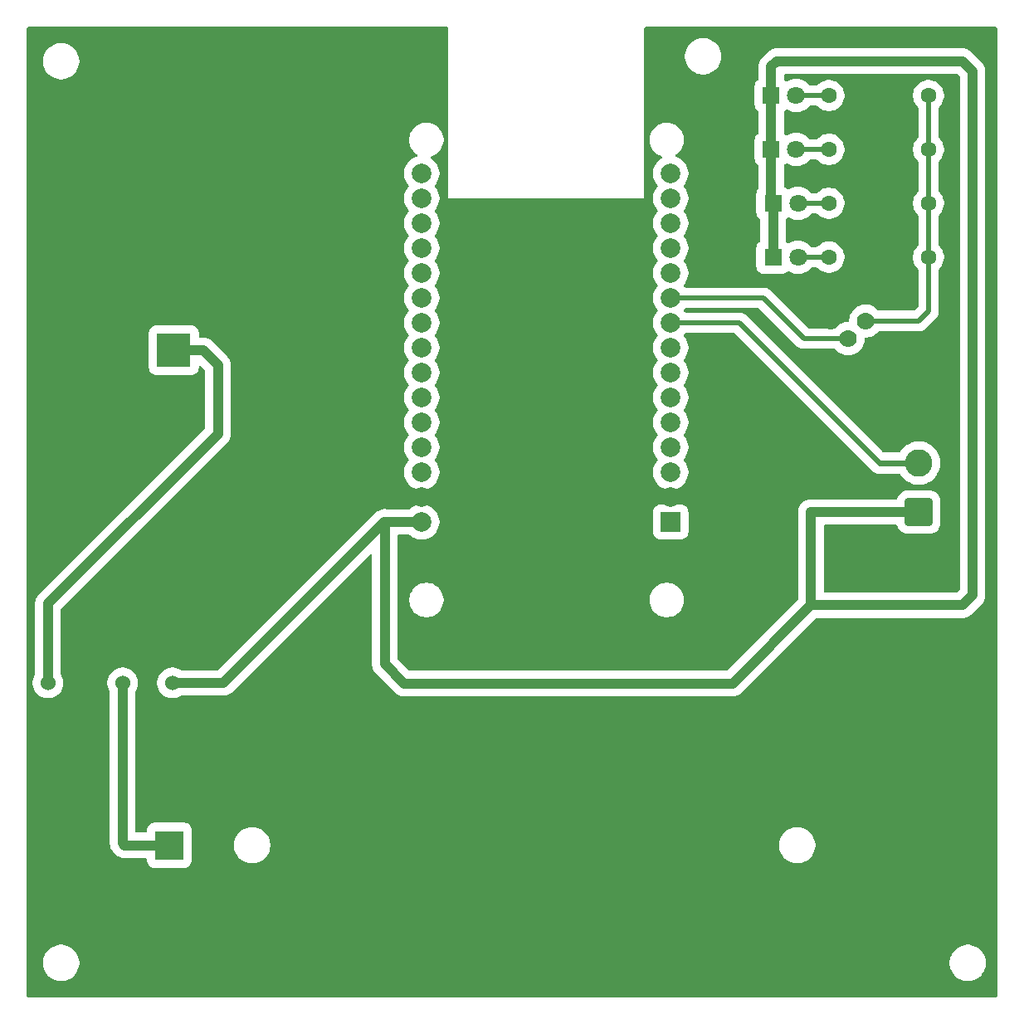
<source format=gbr>
%TF.GenerationSoftware,KiCad,Pcbnew,9.0.2*%
%TF.CreationDate,2025-07-17T14:14:17-05:00*%
%TF.ProjectId,PCB Leds,50434220-4c65-4647-932e-6b696361645f,rev?*%
%TF.SameCoordinates,Original*%
%TF.FileFunction,Copper,L2,Bot*%
%TF.FilePolarity,Positive*%
%FSLAX46Y46*%
G04 Gerber Fmt 4.6, Leading zero omitted, Abs format (unit mm)*
G04 Created by KiCad (PCBNEW 9.0.2) date 2025-07-17 14:14:17*
%MOMM*%
%LPD*%
G01*
G04 APERTURE LIST*
G04 Aperture macros list*
%AMRoundRect*
0 Rectangle with rounded corners*
0 $1 Rounding radius*
0 $2 $3 $4 $5 $6 $7 $8 $9 X,Y pos of 4 corners*
0 Add a 4 corners polygon primitive as box body*
4,1,4,$2,$3,$4,$5,$6,$7,$8,$9,$2,$3,0*
0 Add four circle primitives for the rounded corners*
1,1,$1+$1,$2,$3*
1,1,$1+$1,$4,$5*
1,1,$1+$1,$6,$7*
1,1,$1+$1,$8,$9*
0 Add four rect primitives between the rounded corners*
20,1,$1+$1,$2,$3,$4,$5,0*
20,1,$1+$1,$4,$5,$6,$7,0*
20,1,$1+$1,$6,$7,$8,$9,0*
20,1,$1+$1,$8,$9,$2,$3,0*%
G04 Aperture macros list end*
%TA.AperFunction,ComponentPad*%
%ADD10C,1.600000*%
%TD*%
%TA.AperFunction,ComponentPad*%
%ADD11R,3.500000X3.500000*%
%TD*%
%TA.AperFunction,ComponentPad*%
%ADD12RoundRect,0.750000X-0.750000X-1.000000X0.750000X-1.000000X0.750000X1.000000X-0.750000X1.000000X0*%
%TD*%
%TA.AperFunction,ComponentPad*%
%ADD13RoundRect,0.875000X-0.875000X-0.875000X0.875000X-0.875000X0.875000X0.875000X-0.875000X0.875000X0*%
%TD*%
%TA.AperFunction,ComponentPad*%
%ADD14R,1.800000X1.800000*%
%TD*%
%TA.AperFunction,ComponentPad*%
%ADD15C,1.800000*%
%TD*%
%TA.AperFunction,ComponentPad*%
%ADD16R,3.000000X3.000000*%
%TD*%
%TA.AperFunction,ComponentPad*%
%ADD17C,3.000000*%
%TD*%
%TA.AperFunction,ComponentPad*%
%ADD18R,2.000000X2.000000*%
%TD*%
%TA.AperFunction,ComponentPad*%
%ADD19C,2.000000*%
%TD*%
%TA.AperFunction,ComponentPad*%
%ADD20RoundRect,0.250001X1.149999X-1.149999X1.149999X1.149999X-1.149999X1.149999X-1.149999X-1.149999X0*%
%TD*%
%TA.AperFunction,ComponentPad*%
%ADD21C,2.800000*%
%TD*%
%TA.AperFunction,ComponentPad*%
%ADD22C,1.524000*%
%TD*%
%TA.AperFunction,ComponentPad*%
%ADD23C,1.778000*%
%TD*%
%TA.AperFunction,Conductor*%
%ADD24C,1.000000*%
%TD*%
%TA.AperFunction,Conductor*%
%ADD25C,0.500000*%
%TD*%
%TA.AperFunction,Conductor*%
%ADD26C,0.600000*%
%TD*%
G04 APERTURE END LIST*
D10*
%TO.P,R2,1*%
%TO.N,Net-(D2-A)*%
X121340000Y-43000000D03*
%TO.P,R2,2*%
%TO.N,Net-(Q1-Pad3)*%
X131500000Y-43000000D03*
%TD*%
%TO.P,R3,1*%
%TO.N,Net-(D3-A)*%
X121340000Y-48500000D03*
%TO.P,R3,2*%
%TO.N,Net-(Q1-Pad3)*%
X131500000Y-48500000D03*
%TD*%
D11*
%TO.P,J1,1*%
%TO.N,VDC*%
X54500000Y-63500000D03*
D12*
%TO.P,J1,2*%
%TO.N,GND*%
X48500000Y-63500000D03*
D13*
%TO.P,J1,3*%
X51500000Y-68200000D03*
%TD*%
D14*
%TO.P,D4,1,K*%
%TO.N,+5V*%
X115630000Y-54000000D03*
D15*
%TO.P,D4,2,A*%
%TO.N,Net-(D4-A)*%
X118170000Y-54000000D03*
%TD*%
D14*
%TO.P,D2,1,K*%
%TO.N,+5V*%
X115460000Y-43000000D03*
D15*
%TO.P,D2,2,A*%
%TO.N,Net-(D2-A)*%
X118000000Y-43000000D03*
%TD*%
D10*
%TO.P,R4,1*%
%TO.N,Net-(D4-A)*%
X121340000Y-54000000D03*
%TO.P,R4,2*%
%TO.N,Net-(Q1-Pad3)*%
X131500000Y-54000000D03*
%TD*%
D16*
%TO.P,BT1,1,+*%
%TO.N,+BATT*%
X54050000Y-114000000D03*
D17*
%TO.P,BT1,2,-*%
%TO.N,GND*%
X126950000Y-114000000D03*
%TD*%
D14*
%TO.P,D1,1,K*%
%TO.N,+5V*%
X115460000Y-37500000D03*
D15*
%TO.P,D1,2,A*%
%TO.N,Net-(D1-A)*%
X118000000Y-37500000D03*
%TD*%
D14*
%TO.P,D3,1,K*%
%TO.N,+5V*%
X115630000Y-48500000D03*
D15*
%TO.P,D3,2,A*%
%TO.N,Net-(D3-A)*%
X118170000Y-48500000D03*
%TD*%
D18*
%TO.P,U1,1,3V3*%
%TO.N,unconnected-(U1-3V3-Pad1)*%
X105200000Y-81015000D03*
D19*
%TO.P,U1,2,GND*%
%TO.N,GND*%
X105200000Y-78475000D03*
%TO.P,U1,3,D15*%
%TO.N,unconnected-(U1-D15-Pad3)*%
X105200000Y-75935000D03*
%TO.P,U1,4,D2*%
%TO.N,unconnected-(U1-D2-Pad4)*%
X105200000Y-73395000D03*
%TO.P,U1,5,D4*%
%TO.N,unconnected-(U1-D4-Pad5)*%
X105200000Y-70855000D03*
%TO.P,U1,6,RX2*%
%TO.N,unconnected-(U1-RX2-Pad6)*%
X105200000Y-68315000D03*
%TO.P,U1,7,TX2*%
%TO.N,unconnected-(U1-TX2-Pad7)*%
X105200000Y-65775000D03*
%TO.P,U1,8,D5*%
%TO.N,unconnected-(U1-D5-Pad8)*%
X105200000Y-63235000D03*
%TO.P,U1,9,D18*%
%TO.N,/a1*%
X105200000Y-60695000D03*
%TO.P,U1,10,D19*%
%TO.N,/l1*%
X105200000Y-58155000D03*
%TO.P,U1,11,D21*%
%TO.N,unconnected-(U1-D21-Pad11)*%
X105200000Y-55615000D03*
%TO.P,U1,12,RX0*%
%TO.N,unconnected-(U1-RX0-Pad12)*%
X105200000Y-53075000D03*
%TO.P,U1,13,TX0*%
%TO.N,unconnected-(U1-TX0-Pad13)*%
X105200000Y-50535000D03*
%TO.P,U1,14,D22*%
%TO.N,unconnected-(U1-D22-Pad14)*%
X105200000Y-47995000D03*
%TO.P,U1,15,D23*%
%TO.N,unconnected-(U1-D23-Pad15)*%
X105200000Y-45455000D03*
%TO.P,U1,16,EN*%
%TO.N,unconnected-(U1-EN-Pad16)*%
X79800000Y-45455000D03*
%TO.P,U1,17,VP*%
%TO.N,unconnected-(U1-VP-Pad17)*%
X79800000Y-47995000D03*
%TO.P,U1,18,VN*%
%TO.N,unconnected-(U1-VN-Pad18)*%
X79800000Y-50535000D03*
%TO.P,U1,19,D34*%
%TO.N,unconnected-(U1-D34-Pad19)*%
X79800000Y-53075000D03*
%TO.P,U1,20,D35*%
%TO.N,unconnected-(U1-D35-Pad20)*%
X79800000Y-55615000D03*
%TO.P,U1,21,D32*%
%TO.N,unconnected-(U1-D32-Pad21)*%
X79800000Y-58155000D03*
%TO.P,U1,22,D33*%
%TO.N,unconnected-(U1-D33-Pad22)*%
X79800000Y-60695000D03*
%TO.P,U1,23,D25*%
%TO.N,unconnected-(U1-D25-Pad23)*%
X79800000Y-63235000D03*
%TO.P,U1,24,D26*%
%TO.N,unconnected-(U1-D26-Pad24)*%
X79800000Y-65775000D03*
%TO.P,U1,25,D27*%
%TO.N,unconnected-(U1-D27-Pad25)*%
X79800000Y-68315000D03*
%TO.P,U1,26,D14*%
%TO.N,unconnected-(U1-D14-Pad26)*%
X79800000Y-70855000D03*
%TO.P,U1,27,D12*%
%TO.N,unconnected-(U1-D12-Pad27)*%
X79800000Y-73395000D03*
%TO.P,U1,28,D13*%
%TO.N,unconnected-(U1-D13-Pad28)*%
X79800000Y-75935000D03*
%TO.P,U1,29,GND*%
%TO.N,GND*%
X79800000Y-78475000D03*
%TO.P,U1,30,VIN*%
%TO.N,+5V*%
X79800000Y-81015000D03*
%TD*%
D20*
%TO.P,J2,1,Pin_1*%
%TO.N,+5V*%
X130500000Y-80000000D03*
D21*
%TO.P,J2,2,Pin_2*%
%TO.N,/a1*%
X130500000Y-75000000D03*
%TO.P,J2,3,Pin_3*%
%TO.N,GND*%
X130500000Y-70000000D03*
%TD*%
D22*
%TO.P,U2,1,VIN*%
%TO.N,VDC*%
X41650000Y-97430000D03*
%TO.P,U2,2,GND*%
%TO.N,GND*%
X44190000Y-97430000D03*
%TO.P,U2,3,GND*%
X46730000Y-97430000D03*
%TO.P,U2,4,BAT*%
%TO.N,+BATT*%
X49270000Y-97430000D03*
%TO.P,U2,5,GND*%
%TO.N,GND*%
X51810000Y-97430000D03*
%TO.P,U2,6,OUT-5V*%
%TO.N,+5V*%
X54350000Y-97430000D03*
%TD*%
D10*
%TO.P,R1,1*%
%TO.N,Net-(D1-A)*%
X121340000Y-37500000D03*
%TO.P,R1,2*%
%TO.N,Net-(Q1-Pad3)*%
X131500000Y-37500000D03*
%TD*%
D23*
%TO.P,Q1,1*%
%TO.N,GND*%
X121500000Y-60500000D03*
%TO.P,Q1,2*%
%TO.N,/l1*%
X123296050Y-62296050D03*
%TO.P,Q1,3*%
%TO.N,Net-(Q1-Pad3)*%
X125092100Y-60500000D03*
%TD*%
D24*
%TO.N,GND*%
X51500000Y-66500000D02*
X48500000Y-63500000D01*
X51500000Y-68200000D02*
X51500000Y-66500000D01*
%TO.N,+BATT*%
X49270000Y-97430000D02*
X49270000Y-113770000D01*
X49270000Y-113770000D02*
X49500000Y-114000000D01*
X49500000Y-114000000D02*
X54050000Y-114000000D01*
%TO.N,VDC*%
X41650000Y-97430000D02*
X41650000Y-89350000D01*
X59000000Y-65000000D02*
X57500000Y-63500000D01*
X41650000Y-89350000D02*
X59000000Y-72000000D01*
X57500000Y-63500000D02*
X54500000Y-63500000D01*
X59000000Y-72000000D02*
X59000000Y-65000000D01*
%TO.N,+5V*%
X119500000Y-89500000D02*
X119500000Y-80000000D01*
X115460000Y-37500000D02*
X115460000Y-34540000D01*
X115630000Y-48500000D02*
X115630000Y-54000000D01*
X116000000Y-34000000D02*
X135000000Y-34000000D01*
X135000000Y-89500000D02*
X136000000Y-88500000D01*
X76015000Y-95515000D02*
X78000000Y-97500000D01*
X119500000Y-89500000D02*
X135000000Y-89500000D01*
X59570000Y-97430000D02*
X76000000Y-81000000D01*
X115460000Y-34540000D02*
X116000000Y-34000000D01*
X76000000Y-81000000D02*
X76015000Y-81015000D01*
X115460000Y-43000000D02*
X115460000Y-48330000D01*
X136000000Y-35000000D02*
X135000000Y-34000000D01*
X78000000Y-97500000D02*
X111500000Y-97500000D01*
X115460000Y-37500000D02*
X115460000Y-43000000D01*
X76015000Y-81015000D02*
X79800000Y-81015000D01*
X115460000Y-48330000D02*
X115630000Y-48500000D01*
X54350000Y-97430000D02*
X59570000Y-97430000D01*
X119500000Y-80000000D02*
X130500000Y-80000000D01*
X76015000Y-81015000D02*
X76015000Y-95515000D01*
X111500000Y-97500000D02*
X119500000Y-89500000D01*
X136000000Y-88500000D02*
X136000000Y-35000000D01*
D25*
%TO.N,/a1*%
X112195000Y-60695000D02*
X126500000Y-75000000D01*
D26*
X126500000Y-75000000D02*
X130500000Y-75000000D01*
D25*
X105200000Y-60695000D02*
X112195000Y-60695000D01*
%TO.N,Net-(D1-A)*%
X121340000Y-37500000D02*
X118000000Y-37500000D01*
%TO.N,Net-(D2-A)*%
X118000000Y-43000000D02*
X121340000Y-43000000D01*
%TO.N,Net-(D3-A)*%
X118170000Y-48500000D02*
X121340000Y-48500000D01*
%TO.N,Net-(D4-A)*%
X118170000Y-54000000D02*
X121340000Y-54000000D01*
%TO.N,Net-(Q1-Pad3)*%
X131500000Y-48500000D02*
X131500000Y-43000000D01*
X131500000Y-54000000D02*
X131500000Y-48500000D01*
X125092100Y-60500000D02*
X130500000Y-60500000D01*
X131500000Y-43000000D02*
X131500000Y-37500000D01*
X131500000Y-59500000D02*
X131500000Y-54000000D01*
X130500000Y-60500000D02*
X131500000Y-59500000D01*
%TO.N,/l1*%
X114655000Y-58155000D02*
X105200000Y-58155000D01*
X118796050Y-62296050D02*
X114655000Y-58155000D01*
X123296050Y-62296050D02*
X118796050Y-62296050D01*
%TD*%
%TA.AperFunction,Conductor*%
%TO.N,GND*%
G36*
X82443039Y-30520185D02*
G01*
X82488794Y-30572989D01*
X82500000Y-30624500D01*
X82500000Y-48000000D01*
X102500000Y-48000000D01*
X102500000Y-41910258D01*
X103029500Y-41910258D01*
X103029500Y-42139741D01*
X103054446Y-42329215D01*
X103059452Y-42367238D01*
X103064378Y-42385621D01*
X103118842Y-42588887D01*
X103206650Y-42800876D01*
X103206657Y-42800890D01*
X103321392Y-42999617D01*
X103461081Y-43181661D01*
X103461089Y-43181670D01*
X103623330Y-43343911D01*
X103623338Y-43343918D01*
X103805382Y-43483607D01*
X103805385Y-43483608D01*
X103805388Y-43483611D01*
X104004112Y-43598344D01*
X104004117Y-43598346D01*
X104004123Y-43598349D01*
X104082429Y-43630784D01*
X104216113Y-43686158D01*
X104231993Y-43690413D01*
X104291651Y-43726774D01*
X104322182Y-43789620D01*
X104313890Y-43858996D01*
X104269406Y-43912875D01*
X104261901Y-43917573D01*
X104197548Y-43954728D01*
X104010302Y-44098406D01*
X104010295Y-44098412D01*
X103843412Y-44265295D01*
X103843406Y-44265302D01*
X103699730Y-44452545D01*
X103581719Y-44656943D01*
X103581714Y-44656954D01*
X103491394Y-44875006D01*
X103430306Y-45102989D01*
X103399501Y-45336979D01*
X103399500Y-45336995D01*
X103399500Y-45573004D01*
X103399501Y-45573020D01*
X103430306Y-45807010D01*
X103491394Y-46034993D01*
X103581714Y-46253045D01*
X103581719Y-46253056D01*
X103652677Y-46375957D01*
X103699727Y-46457450D01*
X103699729Y-46457453D01*
X103699730Y-46457454D01*
X103845879Y-46647920D01*
X103844720Y-46648808D01*
X103871537Y-46706662D01*
X103861983Y-46775876D01*
X103845385Y-46801701D01*
X103845879Y-46802080D01*
X103699730Y-46992545D01*
X103581719Y-47196943D01*
X103581714Y-47196954D01*
X103491394Y-47415006D01*
X103430306Y-47642989D01*
X103399501Y-47876979D01*
X103399500Y-47876995D01*
X103399500Y-48113004D01*
X103399501Y-48113020D01*
X103430306Y-48347010D01*
X103491394Y-48574993D01*
X103581714Y-48793045D01*
X103581719Y-48793056D01*
X103628906Y-48874785D01*
X103699727Y-48997450D01*
X103699729Y-48997453D01*
X103699730Y-48997454D01*
X103845879Y-49187920D01*
X103844720Y-49188808D01*
X103871537Y-49246662D01*
X103861983Y-49315876D01*
X103845385Y-49341701D01*
X103845879Y-49342080D01*
X103699730Y-49532545D01*
X103581719Y-49736943D01*
X103581714Y-49736954D01*
X103491394Y-49955006D01*
X103430306Y-50182989D01*
X103399501Y-50416979D01*
X103399500Y-50416995D01*
X103399500Y-50653004D01*
X103399501Y-50653020D01*
X103430306Y-50887010D01*
X103491394Y-51114993D01*
X103581714Y-51333045D01*
X103581719Y-51333056D01*
X103652677Y-51455957D01*
X103699727Y-51537450D01*
X103699729Y-51537453D01*
X103699730Y-51537454D01*
X103845879Y-51727920D01*
X103844720Y-51728808D01*
X103871537Y-51786662D01*
X103861983Y-51855876D01*
X103845385Y-51881701D01*
X103845879Y-51882080D01*
X103699730Y-52072545D01*
X103581719Y-52276943D01*
X103581714Y-52276954D01*
X103491394Y-52495006D01*
X103430306Y-52722989D01*
X103399501Y-52956979D01*
X103399500Y-52956995D01*
X103399500Y-53193004D01*
X103399501Y-53193020D01*
X103430306Y-53427010D01*
X103491394Y-53654993D01*
X103581714Y-53873045D01*
X103581719Y-53873056D01*
X103652677Y-53995957D01*
X103699727Y-54077450D01*
X103699729Y-54077453D01*
X103699730Y-54077454D01*
X103845879Y-54267920D01*
X103844720Y-54268808D01*
X103871537Y-54326662D01*
X103861983Y-54395876D01*
X103845385Y-54421701D01*
X103845879Y-54422080D01*
X103699730Y-54612545D01*
X103581719Y-54816943D01*
X103581714Y-54816954D01*
X103491394Y-55035006D01*
X103430306Y-55262989D01*
X103399501Y-55496979D01*
X103399500Y-55496995D01*
X103399500Y-55733004D01*
X103399501Y-55733020D01*
X103430306Y-55967010D01*
X103491394Y-56194993D01*
X103581714Y-56413045D01*
X103581719Y-56413056D01*
X103652677Y-56535957D01*
X103699727Y-56617450D01*
X103699729Y-56617453D01*
X103699730Y-56617454D01*
X103845879Y-56807920D01*
X103844720Y-56808808D01*
X103871537Y-56866662D01*
X103861983Y-56935876D01*
X103845385Y-56961701D01*
X103845879Y-56962080D01*
X103699730Y-57152545D01*
X103581719Y-57356943D01*
X103581714Y-57356954D01*
X103491394Y-57575006D01*
X103430306Y-57802989D01*
X103399501Y-58036979D01*
X103399500Y-58036995D01*
X103399500Y-58273004D01*
X103399501Y-58273020D01*
X103430306Y-58507010D01*
X103491394Y-58734993D01*
X103581714Y-58953045D01*
X103581719Y-58953056D01*
X103646275Y-59064868D01*
X103699727Y-59157450D01*
X103699729Y-59157453D01*
X103699730Y-59157454D01*
X103845879Y-59347920D01*
X103844720Y-59348808D01*
X103871537Y-59406662D01*
X103861983Y-59475876D01*
X103845385Y-59501701D01*
X103845879Y-59502080D01*
X103699730Y-59692545D01*
X103581719Y-59896943D01*
X103581714Y-59896954D01*
X103491394Y-60115006D01*
X103430306Y-60342989D01*
X103399501Y-60576979D01*
X103399500Y-60576995D01*
X103399500Y-60813004D01*
X103399501Y-60813020D01*
X103430306Y-61047010D01*
X103491394Y-61274993D01*
X103581714Y-61493045D01*
X103581719Y-61493056D01*
X103642894Y-61599013D01*
X103699727Y-61697450D01*
X103699729Y-61697453D01*
X103699730Y-61697454D01*
X103845879Y-61887920D01*
X103844720Y-61888808D01*
X103871537Y-61946662D01*
X103861983Y-62015876D01*
X103845385Y-62041701D01*
X103845879Y-62042080D01*
X103699730Y-62232545D01*
X103581719Y-62436943D01*
X103581714Y-62436954D01*
X103491394Y-62655006D01*
X103430306Y-62882989D01*
X103399501Y-63116979D01*
X103399500Y-63116995D01*
X103399500Y-63353004D01*
X103399501Y-63353020D01*
X103427936Y-63569010D01*
X103430307Y-63587014D01*
X103491279Y-63814564D01*
X103491394Y-63814993D01*
X103581714Y-64033045D01*
X103581719Y-64033056D01*
X103650842Y-64152778D01*
X103699727Y-64237450D01*
X103699729Y-64237453D01*
X103699730Y-64237454D01*
X103845879Y-64427920D01*
X103844720Y-64428808D01*
X103871537Y-64486662D01*
X103861983Y-64555876D01*
X103845385Y-64581701D01*
X103845879Y-64582080D01*
X103699730Y-64772545D01*
X103581719Y-64976943D01*
X103581714Y-64976954D01*
X103491394Y-65195006D01*
X103430306Y-65422989D01*
X103399501Y-65656979D01*
X103399500Y-65656995D01*
X103399500Y-65893004D01*
X103399501Y-65893020D01*
X103430306Y-66127010D01*
X103491394Y-66354993D01*
X103581714Y-66573045D01*
X103581719Y-66573056D01*
X103652677Y-66695957D01*
X103699727Y-66777450D01*
X103699729Y-66777453D01*
X103699730Y-66777454D01*
X103845879Y-66967920D01*
X103844720Y-66968808D01*
X103871537Y-67026662D01*
X103861983Y-67095876D01*
X103845385Y-67121701D01*
X103845879Y-67122080D01*
X103699730Y-67312545D01*
X103581719Y-67516943D01*
X103581714Y-67516954D01*
X103491394Y-67735006D01*
X103430306Y-67962989D01*
X103399501Y-68196979D01*
X103399500Y-68196995D01*
X103399500Y-68433004D01*
X103399501Y-68433020D01*
X103430306Y-68667010D01*
X103491394Y-68894993D01*
X103581714Y-69113045D01*
X103581719Y-69113056D01*
X103652677Y-69235957D01*
X103699727Y-69317450D01*
X103699729Y-69317453D01*
X103699730Y-69317454D01*
X103845879Y-69507920D01*
X103844720Y-69508808D01*
X103871537Y-69566662D01*
X103861983Y-69635876D01*
X103845385Y-69661701D01*
X103845879Y-69662080D01*
X103699730Y-69852545D01*
X103581719Y-70056943D01*
X103581714Y-70056954D01*
X103491394Y-70275006D01*
X103430306Y-70502989D01*
X103399501Y-70736979D01*
X103399500Y-70736995D01*
X103399500Y-70973004D01*
X103399501Y-70973020D01*
X103430306Y-71207010D01*
X103491394Y-71434993D01*
X103581714Y-71653045D01*
X103581719Y-71653056D01*
X103652677Y-71775957D01*
X103699727Y-71857450D01*
X103699729Y-71857453D01*
X103699730Y-71857454D01*
X103845879Y-72047920D01*
X103844720Y-72048808D01*
X103871537Y-72106662D01*
X103861983Y-72175876D01*
X103845385Y-72201701D01*
X103845879Y-72202080D01*
X103699730Y-72392545D01*
X103581719Y-72596943D01*
X103581714Y-72596954D01*
X103491394Y-72815006D01*
X103430306Y-73042989D01*
X103399501Y-73276979D01*
X103399500Y-73276995D01*
X103399500Y-73513004D01*
X103399501Y-73513020D01*
X103430306Y-73747010D01*
X103491394Y-73974993D01*
X103581714Y-74193045D01*
X103581719Y-74193056D01*
X103652677Y-74315957D01*
X103699727Y-74397450D01*
X103699729Y-74397453D01*
X103699730Y-74397454D01*
X103845879Y-74587920D01*
X103844720Y-74588808D01*
X103871537Y-74646662D01*
X103861983Y-74715876D01*
X103845385Y-74741701D01*
X103845879Y-74742080D01*
X103699730Y-74932545D01*
X103581719Y-75136943D01*
X103581714Y-75136954D01*
X103491394Y-75355006D01*
X103430306Y-75582989D01*
X103399501Y-75816979D01*
X103399500Y-75816995D01*
X103399500Y-76053004D01*
X103399501Y-76053020D01*
X103430306Y-76287010D01*
X103491394Y-76514993D01*
X103581714Y-76733045D01*
X103581719Y-76733056D01*
X103639755Y-76833575D01*
X103699727Y-76937450D01*
X103699729Y-76937453D01*
X103699730Y-76937454D01*
X103843406Y-77124697D01*
X103843412Y-77124704D01*
X104010295Y-77291587D01*
X104010301Y-77291592D01*
X104197550Y-77435273D01*
X104328918Y-77511118D01*
X104401943Y-77553280D01*
X104401948Y-77553282D01*
X104401951Y-77553284D01*
X104620007Y-77643606D01*
X104847986Y-77704693D01*
X105081989Y-77735500D01*
X105081996Y-77735500D01*
X105318004Y-77735500D01*
X105318011Y-77735500D01*
X105552014Y-77704693D01*
X105779993Y-77643606D01*
X105998049Y-77553284D01*
X106202450Y-77435273D01*
X106389699Y-77291592D01*
X106556592Y-77124699D01*
X106700273Y-76937450D01*
X106818284Y-76733049D01*
X106908606Y-76514993D01*
X106969693Y-76287014D01*
X107000500Y-76053011D01*
X107000500Y-75816989D01*
X106969693Y-75582986D01*
X106908606Y-75355007D01*
X106818284Y-75136951D01*
X106818282Y-75136948D01*
X106818280Y-75136943D01*
X106776118Y-75063918D01*
X106700273Y-74932550D01*
X106641351Y-74855761D01*
X106554121Y-74742080D01*
X106555286Y-74741185D01*
X106528469Y-74683381D01*
X106537998Y-74614165D01*
X106554619Y-74588302D01*
X106554121Y-74587920D01*
X106608814Y-74516641D01*
X106700273Y-74397450D01*
X106818284Y-74193049D01*
X106908606Y-73974993D01*
X106969693Y-73747014D01*
X107000500Y-73513011D01*
X107000500Y-73276989D01*
X106969693Y-73042986D01*
X106908606Y-72815007D01*
X106818284Y-72596951D01*
X106818282Y-72596948D01*
X106818280Y-72596943D01*
X106761857Y-72499217D01*
X106700273Y-72392550D01*
X106632734Y-72304531D01*
X106554121Y-72202080D01*
X106555286Y-72201185D01*
X106528469Y-72143381D01*
X106537998Y-72074165D01*
X106554619Y-72048302D01*
X106554121Y-72047920D01*
X106669427Y-71897649D01*
X106700273Y-71857450D01*
X106818284Y-71653049D01*
X106908606Y-71434993D01*
X106969693Y-71207014D01*
X107000500Y-70973011D01*
X107000500Y-70736989D01*
X106969693Y-70502986D01*
X106908606Y-70275007D01*
X106818284Y-70056951D01*
X106818282Y-70056948D01*
X106818280Y-70056943D01*
X106776118Y-69983918D01*
X106700273Y-69852550D01*
X106667105Y-69809325D01*
X106554121Y-69662080D01*
X106555286Y-69661185D01*
X106528469Y-69603381D01*
X106537998Y-69534165D01*
X106554619Y-69508302D01*
X106554121Y-69507920D01*
X106608814Y-69436641D01*
X106700273Y-69317450D01*
X106818284Y-69113049D01*
X106908606Y-68894993D01*
X106969693Y-68667014D01*
X107000500Y-68433011D01*
X107000500Y-68196989D01*
X106969693Y-67962986D01*
X106908606Y-67735007D01*
X106818284Y-67516951D01*
X106818282Y-67516948D01*
X106818280Y-67516943D01*
X106776118Y-67443918D01*
X106700273Y-67312550D01*
X106667105Y-67269325D01*
X106554121Y-67122080D01*
X106555286Y-67121185D01*
X106528469Y-67063381D01*
X106537998Y-66994165D01*
X106554619Y-66968302D01*
X106554121Y-66967920D01*
X106608814Y-66896641D01*
X106700273Y-66777450D01*
X106818284Y-66573049D01*
X106908606Y-66354993D01*
X106969693Y-66127014D01*
X107000500Y-65893011D01*
X107000500Y-65656989D01*
X106969693Y-65422986D01*
X106908606Y-65195007D01*
X106818284Y-64976951D01*
X106818282Y-64976948D01*
X106818280Y-64976943D01*
X106767901Y-64889685D01*
X106700273Y-64772550D01*
X106667105Y-64729325D01*
X106554121Y-64582080D01*
X106555286Y-64581185D01*
X106528469Y-64523381D01*
X106537998Y-64454165D01*
X106554619Y-64428302D01*
X106554121Y-64427920D01*
X106638168Y-64318387D01*
X106700273Y-64237450D01*
X106818284Y-64033049D01*
X106908606Y-63814993D01*
X106969693Y-63587014D01*
X107000500Y-63353011D01*
X107000500Y-63116989D01*
X106969693Y-62882986D01*
X106908606Y-62655007D01*
X106818284Y-62436951D01*
X106818282Y-62436948D01*
X106818280Y-62436943D01*
X106776118Y-62363918D01*
X106700273Y-62232550D01*
X106601073Y-62103270D01*
X106554121Y-62042080D01*
X106555286Y-62041185D01*
X106544486Y-62017906D01*
X106529599Y-61989775D01*
X106529882Y-61986427D01*
X106528469Y-61983381D01*
X106532809Y-61951854D01*
X106535493Y-61920154D01*
X106537667Y-61916567D01*
X106537998Y-61914165D01*
X106552810Y-61889401D01*
X106555875Y-61885415D01*
X106556592Y-61884699D01*
X106626264Y-61793901D01*
X106654395Y-61773408D01*
X106682605Y-61752811D01*
X106682694Y-61752795D01*
X106682739Y-61752763D01*
X106682951Y-61752750D01*
X106724553Y-61745500D01*
X111708507Y-61745500D01*
X111775546Y-61765185D01*
X111796188Y-61781819D01*
X125511232Y-75496863D01*
X125534036Y-75528249D01*
X125558768Y-75576788D01*
X125660586Y-75716928D01*
X125783072Y-75839414D01*
X125923212Y-75941232D01*
X126077555Y-76019873D01*
X126242299Y-76073402D01*
X126413389Y-76100500D01*
X128522863Y-76100500D01*
X128589902Y-76120185D01*
X128630250Y-76162500D01*
X128666424Y-76225155D01*
X128842024Y-76454002D01*
X128842030Y-76454009D01*
X129045990Y-76657969D01*
X129045997Y-76657975D01*
X129143836Y-76733049D01*
X129274844Y-76833575D01*
X129274851Y-76833579D01*
X129524647Y-76977800D01*
X129524663Y-76977808D01*
X129791139Y-77088185D01*
X129791145Y-77088186D01*
X129791155Y-77088191D01*
X130069783Y-77162849D01*
X130355772Y-77200500D01*
X130355779Y-77200500D01*
X130644221Y-77200500D01*
X130644228Y-77200500D01*
X130930217Y-77162849D01*
X131208845Y-77088191D01*
X131208857Y-77088185D01*
X131208860Y-77088185D01*
X131475336Y-76977808D01*
X131475339Y-76977806D01*
X131475345Y-76977804D01*
X131725156Y-76833575D01*
X131954004Y-76657974D01*
X132157974Y-76454004D01*
X132333575Y-76225156D01*
X132477804Y-75975345D01*
X132491935Y-75941231D01*
X132588185Y-75708860D01*
X132588185Y-75708857D01*
X132588191Y-75708845D01*
X132662849Y-75430217D01*
X132700500Y-75144228D01*
X132700500Y-74855772D01*
X132662849Y-74569783D01*
X132588191Y-74291155D01*
X132588186Y-74291145D01*
X132588185Y-74291139D01*
X132477808Y-74024663D01*
X132477800Y-74024647D01*
X132333579Y-73774851D01*
X132333575Y-73774844D01*
X132157974Y-73545996D01*
X132157969Y-73545990D01*
X131954009Y-73342030D01*
X131954002Y-73342024D01*
X131725164Y-73166431D01*
X131725162Y-73166429D01*
X131725156Y-73166425D01*
X131725151Y-73166422D01*
X131725148Y-73166420D01*
X131475352Y-73022199D01*
X131475336Y-73022191D01*
X131208860Y-72911814D01*
X131208848Y-72911810D01*
X131208845Y-72911809D01*
X130930217Y-72837151D01*
X130930211Y-72837150D01*
X130930206Y-72837149D01*
X130644238Y-72799501D01*
X130644233Y-72799500D01*
X130644228Y-72799500D01*
X130355772Y-72799500D01*
X130355766Y-72799500D01*
X130355761Y-72799501D01*
X130069793Y-72837149D01*
X130069786Y-72837150D01*
X130069783Y-72837151D01*
X129791155Y-72911809D01*
X129791139Y-72911814D01*
X129524663Y-73022191D01*
X129524647Y-73022199D01*
X129274851Y-73166420D01*
X129274835Y-73166431D01*
X129045997Y-73342024D01*
X129045990Y-73342030D01*
X128842030Y-73545990D01*
X128842024Y-73545997D01*
X128666424Y-73774844D01*
X128630250Y-73837500D01*
X128579683Y-73885716D01*
X128522863Y-73899500D01*
X126936493Y-73899500D01*
X126869454Y-73879815D01*
X126848812Y-73863181D01*
X113015317Y-60029686D01*
X113015297Y-60029664D01*
X112864657Y-59879024D01*
X112755984Y-59806412D01*
X112692598Y-59764059D01*
X112661440Y-59751153D01*
X112501420Y-59684870D01*
X112501412Y-59684868D01*
X112298469Y-59644500D01*
X112298465Y-59644500D01*
X106724553Y-59644500D01*
X106720964Y-59643446D01*
X106717321Y-59644289D01*
X106687696Y-59633677D01*
X106657514Y-59624815D01*
X106654038Y-59621621D01*
X106651544Y-59620728D01*
X106626762Y-59596557D01*
X106626264Y-59596099D01*
X106626120Y-59595911D01*
X106556592Y-59505301D01*
X106555875Y-59504584D01*
X106552810Y-59500599D01*
X106541559Y-59471597D01*
X106528469Y-59443381D01*
X106529030Y-59439299D01*
X106527541Y-59435459D01*
X106533754Y-59404985D01*
X106537998Y-59374165D01*
X106540988Y-59369511D01*
X106541501Y-59366998D01*
X106544742Y-59363671D01*
X106554619Y-59348302D01*
X106554121Y-59347920D01*
X106626177Y-59254014D01*
X106682605Y-59212811D01*
X106724553Y-59205500D01*
X114168507Y-59205500D01*
X114235546Y-59225185D01*
X114256188Y-59241819D01*
X117976947Y-62962578D01*
X117976976Y-62962609D01*
X118126392Y-63112025D01*
X118126395Y-63112027D01*
X118298452Y-63226991D01*
X118489630Y-63306180D01*
X118692580Y-63346549D01*
X118692584Y-63346550D01*
X118692585Y-63346550D01*
X121911408Y-63346550D01*
X121978447Y-63366235D01*
X122009783Y-63395063D01*
X122023087Y-63412400D01*
X122023095Y-63412410D01*
X122179689Y-63569004D01*
X122179696Y-63569010D01*
X122304809Y-63665012D01*
X122355400Y-63703832D01*
X122355407Y-63703836D01*
X122547192Y-63814564D01*
X122547197Y-63814566D01*
X122547200Y-63814568D01*
X122649506Y-63856944D01*
X122751810Y-63899320D01*
X122751811Y-63899320D01*
X122751813Y-63899321D01*
X122965738Y-63956642D01*
X123185314Y-63985550D01*
X123185321Y-63985550D01*
X123406779Y-63985550D01*
X123406786Y-63985550D01*
X123626362Y-63956642D01*
X123840287Y-63899321D01*
X124044900Y-63814568D01*
X124236700Y-63703832D01*
X124412405Y-63569009D01*
X124569009Y-63412405D01*
X124703832Y-63236700D01*
X124814568Y-63044900D01*
X124899321Y-62840287D01*
X124956642Y-62626362D01*
X124985550Y-62406786D01*
X124985550Y-62313500D01*
X125005235Y-62246461D01*
X125058039Y-62200706D01*
X125109550Y-62189500D01*
X125202829Y-62189500D01*
X125202836Y-62189500D01*
X125422412Y-62160592D01*
X125636337Y-62103271D01*
X125840950Y-62018518D01*
X126032750Y-61907782D01*
X126208455Y-61772959D01*
X126365059Y-61616355D01*
X126370811Y-61608857D01*
X126378367Y-61599013D01*
X126434795Y-61557811D01*
X126476742Y-61550500D01*
X130603466Y-61550500D01*
X130603467Y-61550499D01*
X130806420Y-61510130D01*
X130997598Y-61430941D01*
X131043189Y-61400478D01*
X131169655Y-61315977D01*
X131315977Y-61169655D01*
X131315977Y-61169653D01*
X131326185Y-61159446D01*
X131326186Y-61159443D01*
X132315977Y-60169655D01*
X132430942Y-59997598D01*
X132472631Y-59896951D01*
X132500220Y-59830346D01*
X132510128Y-59806424D01*
X132510130Y-59806420D01*
X132534308Y-59684870D01*
X132546254Y-59624815D01*
X132550501Y-59603466D01*
X132550501Y-59391424D01*
X132550500Y-59391398D01*
X132550500Y-55264311D01*
X132570185Y-55197272D01*
X132586819Y-55176630D01*
X132639825Y-55123624D01*
X132720793Y-55042656D01*
X132868870Y-54838845D01*
X132983241Y-54614379D01*
X133061090Y-54374785D01*
X133100500Y-54125962D01*
X133100500Y-53874038D01*
X133061090Y-53625215D01*
X132983241Y-53385621D01*
X132983239Y-53385618D01*
X132983239Y-53385616D01*
X132941747Y-53304184D01*
X132868870Y-53161155D01*
X132849952Y-53135117D01*
X132720798Y-52957350D01*
X132720794Y-52957345D01*
X132586819Y-52823370D01*
X132553334Y-52762047D01*
X132550500Y-52735689D01*
X132550500Y-49764311D01*
X132570185Y-49697272D01*
X132586819Y-49676630D01*
X132639825Y-49623624D01*
X132720793Y-49542656D01*
X132868870Y-49338845D01*
X132983241Y-49114379D01*
X133061090Y-48874785D01*
X133100500Y-48625962D01*
X133100500Y-48374038D01*
X133061090Y-48125215D01*
X132983241Y-47885621D01*
X132983239Y-47885618D01*
X132983239Y-47885616D01*
X132941747Y-47804184D01*
X132868870Y-47661155D01*
X132849952Y-47635117D01*
X132720798Y-47457350D01*
X132720794Y-47457345D01*
X132586819Y-47323370D01*
X132553334Y-47262047D01*
X132550500Y-47235689D01*
X132550500Y-44264311D01*
X132570185Y-44197272D01*
X132586819Y-44176630D01*
X132639825Y-44123624D01*
X132720793Y-44042656D01*
X132868870Y-43838845D01*
X132983241Y-43614379D01*
X133061090Y-43374785D01*
X133100500Y-43125962D01*
X133100500Y-42874038D01*
X133061090Y-42625215D01*
X132983241Y-42385621D01*
X132983239Y-42385618D01*
X132983239Y-42385616D01*
X132941747Y-42304184D01*
X132868870Y-42161155D01*
X132849952Y-42135117D01*
X132720798Y-41957350D01*
X132720794Y-41957345D01*
X132586819Y-41823370D01*
X132553334Y-41762047D01*
X132550500Y-41735689D01*
X132550500Y-38764311D01*
X132570185Y-38697272D01*
X132586819Y-38676630D01*
X132639825Y-38623624D01*
X132720793Y-38542656D01*
X132868870Y-38338845D01*
X132983241Y-38114379D01*
X133061090Y-37874785D01*
X133100500Y-37625962D01*
X133100500Y-37374038D01*
X133061090Y-37125215D01*
X132983241Y-36885621D01*
X132983239Y-36885618D01*
X132983239Y-36885616D01*
X132941747Y-36804184D01*
X132868870Y-36661155D01*
X132849952Y-36635117D01*
X132720798Y-36457350D01*
X132720794Y-36457345D01*
X132542654Y-36279205D01*
X132542649Y-36279201D01*
X132338848Y-36131132D01*
X132338847Y-36131131D01*
X132338845Y-36131130D01*
X132268747Y-36095413D01*
X132114383Y-36016760D01*
X131874785Y-35938910D01*
X131831744Y-35932093D01*
X131625962Y-35899500D01*
X131374038Y-35899500D01*
X131249626Y-35919205D01*
X131125214Y-35938910D01*
X130885616Y-36016760D01*
X130661151Y-36131132D01*
X130457350Y-36279201D01*
X130457345Y-36279205D01*
X130279205Y-36457345D01*
X130279201Y-36457350D01*
X130131132Y-36661151D01*
X130016760Y-36885616D01*
X129938910Y-37125214D01*
X129899500Y-37374038D01*
X129899500Y-37625961D01*
X129938910Y-37874785D01*
X130016760Y-38114383D01*
X130131132Y-38338848D01*
X130279201Y-38542649D01*
X130279205Y-38542654D01*
X130413181Y-38676630D01*
X130446666Y-38737953D01*
X130449500Y-38764311D01*
X130449500Y-41735689D01*
X130429815Y-41802728D01*
X130413181Y-41823370D01*
X130279205Y-41957345D01*
X130279201Y-41957350D01*
X130131132Y-42161151D01*
X130016760Y-42385616D01*
X129938910Y-42625214D01*
X129899500Y-42874038D01*
X129899500Y-43125961D01*
X129938910Y-43374785D01*
X130016760Y-43614383D01*
X130083593Y-43745548D01*
X130130045Y-43836716D01*
X130131132Y-43838848D01*
X130279201Y-44042649D01*
X130279205Y-44042654D01*
X130413181Y-44176630D01*
X130446666Y-44237953D01*
X130449500Y-44264311D01*
X130449500Y-47235689D01*
X130429815Y-47302728D01*
X130413181Y-47323370D01*
X130279205Y-47457345D01*
X130279201Y-47457350D01*
X130131132Y-47661151D01*
X130016760Y-47885616D01*
X129938910Y-48125214D01*
X129899500Y-48374038D01*
X129899500Y-48625961D01*
X129938910Y-48874785D01*
X130016760Y-49114383D01*
X130131132Y-49338848D01*
X130279201Y-49542649D01*
X130279205Y-49542654D01*
X130413181Y-49676630D01*
X130446666Y-49737953D01*
X130449500Y-49764311D01*
X130449500Y-52735689D01*
X130429815Y-52802728D01*
X130413181Y-52823370D01*
X130279205Y-52957345D01*
X130279201Y-52957350D01*
X130131132Y-53161151D01*
X130016760Y-53385616D01*
X129938910Y-53625214D01*
X129899657Y-53873045D01*
X129899500Y-53874038D01*
X129899500Y-54125962D01*
X129937104Y-54363381D01*
X129938910Y-54374785D01*
X130016760Y-54614383D01*
X130095413Y-54768747D01*
X130119974Y-54816951D01*
X130131132Y-54838848D01*
X130279201Y-55042649D01*
X130279205Y-55042654D01*
X130413181Y-55176630D01*
X130446666Y-55237953D01*
X130449500Y-55264311D01*
X130449500Y-59013506D01*
X130429815Y-59080545D01*
X130413181Y-59101187D01*
X130101188Y-59413181D01*
X130039865Y-59446666D01*
X130013507Y-59449500D01*
X126476742Y-59449500D01*
X126409703Y-59429815D01*
X126378367Y-59400987D01*
X126365062Y-59383649D01*
X126365054Y-59383639D01*
X126208460Y-59227045D01*
X126208453Y-59227039D01*
X126032758Y-59092224D01*
X126032756Y-59092222D01*
X126032750Y-59092218D01*
X126032745Y-59092215D01*
X126032742Y-59092213D01*
X125840957Y-58981485D01*
X125840946Y-58981480D01*
X125636339Y-58896729D01*
X125493720Y-58858515D01*
X125422412Y-58839408D01*
X125394965Y-58835794D01*
X125202843Y-58810500D01*
X125202836Y-58810500D01*
X124981364Y-58810500D01*
X124981356Y-58810500D01*
X124761788Y-58839408D01*
X124547860Y-58896729D01*
X124343253Y-58981480D01*
X124343242Y-58981485D01*
X124151457Y-59092213D01*
X124151441Y-59092224D01*
X123975746Y-59227039D01*
X123975739Y-59227045D01*
X123819145Y-59383639D01*
X123819139Y-59383646D01*
X123684324Y-59559341D01*
X123684313Y-59559357D01*
X123573585Y-59751142D01*
X123573580Y-59751153D01*
X123488829Y-59955760D01*
X123431508Y-60169688D01*
X123402600Y-60389256D01*
X123402600Y-60482550D01*
X123382915Y-60549589D01*
X123330111Y-60595344D01*
X123278600Y-60606550D01*
X123185306Y-60606550D01*
X122965738Y-60635458D01*
X122751810Y-60692779D01*
X122547203Y-60777530D01*
X122547192Y-60777535D01*
X122355407Y-60888263D01*
X122355391Y-60888274D01*
X122179696Y-61023089D01*
X122179689Y-61023095D01*
X122023095Y-61179689D01*
X122023087Y-61179699D01*
X122009783Y-61197037D01*
X121953355Y-61238239D01*
X121911408Y-61245550D01*
X119282543Y-61245550D01*
X119215504Y-61225865D01*
X119194862Y-61209231D01*
X115475317Y-57489686D01*
X115475297Y-57489664D01*
X115324657Y-57339024D01*
X115238626Y-57281541D01*
X115152598Y-57224059D01*
X114961420Y-57144870D01*
X114961412Y-57144868D01*
X114758469Y-57104500D01*
X114758465Y-57104500D01*
X106724553Y-57104500D01*
X106720964Y-57103446D01*
X106717321Y-57104289D01*
X106687696Y-57093677D01*
X106657514Y-57084815D01*
X106654038Y-57081621D01*
X106651544Y-57080728D01*
X106626762Y-57056557D01*
X106626264Y-57056099D01*
X106626120Y-57055911D01*
X106556592Y-56965301D01*
X106555875Y-56964584D01*
X106552810Y-56960599D01*
X106541559Y-56931597D01*
X106528469Y-56903381D01*
X106529030Y-56899299D01*
X106527541Y-56895459D01*
X106533754Y-56864985D01*
X106537998Y-56834165D01*
X106540988Y-56829511D01*
X106541501Y-56826998D01*
X106544742Y-56823671D01*
X106554619Y-56808302D01*
X106554121Y-56807920D01*
X106608814Y-56736641D01*
X106700273Y-56617450D01*
X106818284Y-56413049D01*
X106908606Y-56194993D01*
X106969693Y-55967014D01*
X107000500Y-55733011D01*
X107000500Y-55496989D01*
X106969693Y-55262986D01*
X106908606Y-55035007D01*
X106818284Y-54816951D01*
X106818282Y-54816948D01*
X106818280Y-54816943D01*
X106776118Y-54743918D01*
X106700273Y-54612550D01*
X106667105Y-54569325D01*
X106554121Y-54422080D01*
X106555286Y-54421185D01*
X106528469Y-54363381D01*
X106537998Y-54294165D01*
X106554619Y-54268302D01*
X106554121Y-54267920D01*
X106663049Y-54125961D01*
X106700273Y-54077450D01*
X106818284Y-53873049D01*
X106908606Y-53654993D01*
X106969693Y-53427014D01*
X107000500Y-53193011D01*
X107000500Y-52956989D01*
X106969693Y-52722986D01*
X106908606Y-52495007D01*
X106818284Y-52276951D01*
X106818282Y-52276948D01*
X106818280Y-52276943D01*
X106776118Y-52203918D01*
X106700273Y-52072550D01*
X106667105Y-52029325D01*
X106554121Y-51882080D01*
X106555286Y-51881185D01*
X106528469Y-51823381D01*
X106537998Y-51754165D01*
X106554619Y-51728302D01*
X106554121Y-51727920D01*
X106608814Y-51656641D01*
X106700273Y-51537450D01*
X106818284Y-51333049D01*
X106908606Y-51114993D01*
X106969693Y-50887014D01*
X107000500Y-50653011D01*
X107000500Y-50416989D01*
X106969693Y-50182986D01*
X106908606Y-49955007D01*
X106818284Y-49736951D01*
X106818282Y-49736948D01*
X106818280Y-49736943D01*
X106752857Y-49623629D01*
X106700273Y-49532550D01*
X106633058Y-49444954D01*
X106554121Y-49342080D01*
X106555286Y-49341185D01*
X106528469Y-49283381D01*
X106537998Y-49214165D01*
X106554619Y-49188302D01*
X106554121Y-49187920D01*
X106610550Y-49114379D01*
X106700273Y-48997450D01*
X106818284Y-48793049D01*
X106908606Y-48574993D01*
X106969693Y-48347014D01*
X107000500Y-48113011D01*
X107000500Y-47876989D01*
X106969693Y-47642986D01*
X106908606Y-47415007D01*
X106818284Y-47196951D01*
X106818282Y-47196948D01*
X106818280Y-47196943D01*
X106761003Y-47097737D01*
X106700273Y-46992550D01*
X106659114Y-46938910D01*
X106554121Y-46802080D01*
X106555286Y-46801185D01*
X106528469Y-46743381D01*
X106537998Y-46674165D01*
X106554619Y-46648302D01*
X106554121Y-46647920D01*
X106656113Y-46515000D01*
X106700273Y-46457450D01*
X106818284Y-46253049D01*
X106908606Y-46034993D01*
X106969693Y-45807014D01*
X107000500Y-45573011D01*
X107000500Y-45336989D01*
X106969693Y-45102986D01*
X106908606Y-44875007D01*
X106818284Y-44656951D01*
X106818282Y-44656948D01*
X106818280Y-44656943D01*
X106766874Y-44567906D01*
X106700273Y-44452550D01*
X106556592Y-44265301D01*
X106556587Y-44265295D01*
X106389704Y-44098412D01*
X106389697Y-44098406D01*
X106202454Y-43954730D01*
X106202451Y-43954728D01*
X106202450Y-43954727D01*
X106120957Y-43907677D01*
X105998056Y-43836719D01*
X105998045Y-43836714D01*
X105779989Y-43746392D01*
X105779986Y-43746391D01*
X105740941Y-43735929D01*
X105681281Y-43699564D01*
X105650753Y-43636716D01*
X105659048Y-43567341D01*
X105703535Y-43513463D01*
X105711009Y-43508784D01*
X105754612Y-43483611D01*
X105936661Y-43343919D01*
X105936665Y-43343914D01*
X105936670Y-43343911D01*
X106098911Y-43181670D01*
X106098914Y-43181665D01*
X106098919Y-43181661D01*
X106238611Y-42999612D01*
X106353344Y-42800888D01*
X106441158Y-42588887D01*
X106500548Y-42367238D01*
X106530500Y-42139734D01*
X106530500Y-41910266D01*
X106500548Y-41682762D01*
X106441158Y-41461113D01*
X106386268Y-41328597D01*
X106353349Y-41249123D01*
X106353346Y-41249117D01*
X106353344Y-41249112D01*
X106238611Y-41050388D01*
X106238608Y-41050385D01*
X106238607Y-41050382D01*
X106098918Y-40868338D01*
X106098911Y-40868330D01*
X105936670Y-40706089D01*
X105936661Y-40706081D01*
X105754617Y-40566392D01*
X105555890Y-40451657D01*
X105555876Y-40451650D01*
X105343887Y-40363842D01*
X105122238Y-40304452D01*
X105084215Y-40299446D01*
X104894741Y-40274500D01*
X104894734Y-40274500D01*
X104665266Y-40274500D01*
X104665258Y-40274500D01*
X104448715Y-40303009D01*
X104437762Y-40304452D01*
X104344076Y-40329554D01*
X104216112Y-40363842D01*
X104004123Y-40451650D01*
X104004109Y-40451657D01*
X103805382Y-40566392D01*
X103623338Y-40706081D01*
X103461081Y-40868338D01*
X103321392Y-41050382D01*
X103206657Y-41249109D01*
X103206650Y-41249123D01*
X103118842Y-41461112D01*
X103059453Y-41682759D01*
X103059451Y-41682770D01*
X103029500Y-41910258D01*
X102500000Y-41910258D01*
X102500000Y-33378711D01*
X106649500Y-33378711D01*
X106649500Y-33621288D01*
X106681161Y-33861785D01*
X106743947Y-34096104D01*
X106801674Y-34235468D01*
X106836776Y-34320212D01*
X106958064Y-34530289D01*
X106958066Y-34530292D01*
X106958067Y-34530293D01*
X107105733Y-34722736D01*
X107105739Y-34722743D01*
X107277256Y-34894260D01*
X107277262Y-34894265D01*
X107469711Y-35041936D01*
X107679788Y-35163224D01*
X107903900Y-35256054D01*
X108138211Y-35318838D01*
X108318586Y-35342584D01*
X108378711Y-35350500D01*
X108378712Y-35350500D01*
X108621289Y-35350500D01*
X108669388Y-35344167D01*
X108861789Y-35318838D01*
X109096100Y-35256054D01*
X109320212Y-35163224D01*
X109530289Y-35041936D01*
X109722738Y-34894265D01*
X109894265Y-34722738D01*
X110041936Y-34530289D01*
X110163224Y-34320212D01*
X110256054Y-34096100D01*
X110318838Y-33861789D01*
X110350500Y-33621288D01*
X110350500Y-33378712D01*
X110318838Y-33138211D01*
X110256054Y-32903900D01*
X110163224Y-32679788D01*
X110041936Y-32469711D01*
X109894265Y-32277262D01*
X109894260Y-32277256D01*
X109722743Y-32105739D01*
X109722736Y-32105733D01*
X109530293Y-31958067D01*
X109530292Y-31958066D01*
X109530289Y-31958064D01*
X109320212Y-31836776D01*
X109320205Y-31836773D01*
X109096104Y-31743947D01*
X108861785Y-31681161D01*
X108621289Y-31649500D01*
X108621288Y-31649500D01*
X108378712Y-31649500D01*
X108378711Y-31649500D01*
X108138214Y-31681161D01*
X107903895Y-31743947D01*
X107679794Y-31836773D01*
X107679785Y-31836777D01*
X107469706Y-31958067D01*
X107277263Y-32105733D01*
X107277256Y-32105739D01*
X107105739Y-32277256D01*
X107105733Y-32277263D01*
X106958067Y-32469706D01*
X106836777Y-32679785D01*
X106836773Y-32679794D01*
X106743947Y-32903895D01*
X106681161Y-33138214D01*
X106649500Y-33378711D01*
X102500000Y-33378711D01*
X102500000Y-30624500D01*
X102519685Y-30557461D01*
X102572489Y-30511706D01*
X102624000Y-30500500D01*
X138375500Y-30500500D01*
X138442539Y-30520185D01*
X138488294Y-30572989D01*
X138499500Y-30624500D01*
X138499500Y-129375500D01*
X138479815Y-129442539D01*
X138427011Y-129488294D01*
X138375500Y-129499500D01*
X39624500Y-129499500D01*
X39557461Y-129479815D01*
X39511706Y-129427011D01*
X39500500Y-129375500D01*
X39500500Y-125878711D01*
X41149500Y-125878711D01*
X41149500Y-126121288D01*
X41181161Y-126361785D01*
X41243947Y-126596104D01*
X41336773Y-126820205D01*
X41336776Y-126820212D01*
X41458064Y-127030289D01*
X41458066Y-127030292D01*
X41458067Y-127030293D01*
X41605733Y-127222736D01*
X41605739Y-127222743D01*
X41777256Y-127394260D01*
X41777262Y-127394265D01*
X41969711Y-127541936D01*
X42179788Y-127663224D01*
X42403900Y-127756054D01*
X42638211Y-127818838D01*
X42818586Y-127842584D01*
X42878711Y-127850500D01*
X42878712Y-127850500D01*
X43121289Y-127850500D01*
X43169388Y-127844167D01*
X43361789Y-127818838D01*
X43596100Y-127756054D01*
X43820212Y-127663224D01*
X44030289Y-127541936D01*
X44222738Y-127394265D01*
X44394265Y-127222738D01*
X44541936Y-127030289D01*
X44663224Y-126820212D01*
X44756054Y-126596100D01*
X44818838Y-126361789D01*
X44850500Y-126121288D01*
X44850500Y-125878712D01*
X44850500Y-125878711D01*
X133649500Y-125878711D01*
X133649500Y-126121288D01*
X133681161Y-126361785D01*
X133743947Y-126596104D01*
X133836773Y-126820205D01*
X133836776Y-126820212D01*
X133958064Y-127030289D01*
X133958066Y-127030292D01*
X133958067Y-127030293D01*
X134105733Y-127222736D01*
X134105739Y-127222743D01*
X134277256Y-127394260D01*
X134277262Y-127394265D01*
X134469711Y-127541936D01*
X134679788Y-127663224D01*
X134903900Y-127756054D01*
X135138211Y-127818838D01*
X135318586Y-127842584D01*
X135378711Y-127850500D01*
X135378712Y-127850500D01*
X135621289Y-127850500D01*
X135669388Y-127844167D01*
X135861789Y-127818838D01*
X136096100Y-127756054D01*
X136320212Y-127663224D01*
X136530289Y-127541936D01*
X136722738Y-127394265D01*
X136894265Y-127222738D01*
X137041936Y-127030289D01*
X137163224Y-126820212D01*
X137256054Y-126596100D01*
X137318838Y-126361789D01*
X137350500Y-126121288D01*
X137350500Y-125878712D01*
X137318838Y-125638211D01*
X137256054Y-125403900D01*
X137163224Y-125179788D01*
X137041936Y-124969711D01*
X136894265Y-124777262D01*
X136894260Y-124777256D01*
X136722743Y-124605739D01*
X136722736Y-124605733D01*
X136530293Y-124458067D01*
X136530292Y-124458066D01*
X136530289Y-124458064D01*
X136320212Y-124336776D01*
X136320205Y-124336773D01*
X136096104Y-124243947D01*
X135861785Y-124181161D01*
X135621289Y-124149500D01*
X135621288Y-124149500D01*
X135378712Y-124149500D01*
X135378711Y-124149500D01*
X135138214Y-124181161D01*
X134903895Y-124243947D01*
X134679794Y-124336773D01*
X134679785Y-124336777D01*
X134469706Y-124458067D01*
X134277263Y-124605733D01*
X134277256Y-124605739D01*
X134105739Y-124777256D01*
X134105733Y-124777263D01*
X133958067Y-124969706D01*
X133836777Y-125179785D01*
X133836773Y-125179794D01*
X133743947Y-125403895D01*
X133681161Y-125638214D01*
X133649500Y-125878711D01*
X44850500Y-125878711D01*
X44818838Y-125638211D01*
X44756054Y-125403900D01*
X44663224Y-125179788D01*
X44541936Y-124969711D01*
X44394265Y-124777262D01*
X44394260Y-124777256D01*
X44222743Y-124605739D01*
X44222736Y-124605733D01*
X44030293Y-124458067D01*
X44030292Y-124458066D01*
X44030289Y-124458064D01*
X43820212Y-124336776D01*
X43820205Y-124336773D01*
X43596104Y-124243947D01*
X43361785Y-124181161D01*
X43121289Y-124149500D01*
X43121288Y-124149500D01*
X42878712Y-124149500D01*
X42878711Y-124149500D01*
X42638214Y-124181161D01*
X42403895Y-124243947D01*
X42179794Y-124336773D01*
X42179785Y-124336777D01*
X41969706Y-124458067D01*
X41777263Y-124605733D01*
X41777256Y-124605739D01*
X41605739Y-124777256D01*
X41605733Y-124777263D01*
X41458067Y-124969706D01*
X41336777Y-125179785D01*
X41336773Y-125179794D01*
X41243947Y-125403895D01*
X41181161Y-125638214D01*
X41149500Y-125878711D01*
X39500500Y-125878711D01*
X39500500Y-97307029D01*
X40087500Y-97307029D01*
X40087500Y-97552970D01*
X40125974Y-97795887D01*
X40201972Y-98029789D01*
X40201973Y-98029792D01*
X40313632Y-98248932D01*
X40458185Y-98447894D01*
X40458189Y-98447899D01*
X40632100Y-98621810D01*
X40632105Y-98621814D01*
X40781700Y-98730500D01*
X40831071Y-98766370D01*
X40974322Y-98839360D01*
X41050207Y-98878026D01*
X41050210Y-98878027D01*
X41167161Y-98916026D01*
X41284114Y-98954026D01*
X41527029Y-98992500D01*
X41527030Y-98992500D01*
X41772970Y-98992500D01*
X41772971Y-98992500D01*
X42015886Y-98954026D01*
X42249792Y-98878026D01*
X42468929Y-98766370D01*
X42667901Y-98621809D01*
X42841809Y-98447901D01*
X42986370Y-98248929D01*
X43098026Y-98029792D01*
X43174026Y-97795886D01*
X43212500Y-97552971D01*
X43212500Y-97307029D01*
X47707500Y-97307029D01*
X47707500Y-97552970D01*
X47745974Y-97795887D01*
X47821972Y-98029789D01*
X47821973Y-98029792D01*
X47933631Y-98248931D01*
X47945816Y-98265701D01*
X47969298Y-98331506D01*
X47969500Y-98338589D01*
X47969500Y-113872351D01*
X48001522Y-114074535D01*
X48033151Y-114171875D01*
X48064781Y-114269223D01*
X48111246Y-114360414D01*
X48157713Y-114451611D01*
X48278034Y-114617219D01*
X48652781Y-114991966D01*
X48818389Y-115112287D01*
X48909585Y-115158753D01*
X49000776Y-115205218D01*
X49000778Y-115205218D01*
X49000781Y-115205220D01*
X49054696Y-115222738D01*
X49195465Y-115268477D01*
X49397648Y-115300500D01*
X51625500Y-115300500D01*
X51692539Y-115320185D01*
X51738294Y-115372989D01*
X51749500Y-115424500D01*
X51749500Y-115544960D01*
X51764630Y-115679249D01*
X51764631Y-115679254D01*
X51824211Y-115849523D01*
X51920184Y-116002262D01*
X52047738Y-116129816D01*
X52200478Y-116225789D01*
X52370745Y-116285368D01*
X52370750Y-116285369D01*
X52461246Y-116295565D01*
X52505040Y-116300499D01*
X52505043Y-116300500D01*
X52505046Y-116300500D01*
X55594957Y-116300500D01*
X55594958Y-116300499D01*
X55662104Y-116292934D01*
X55729249Y-116285369D01*
X55729252Y-116285368D01*
X55729255Y-116285368D01*
X55899522Y-116225789D01*
X56052262Y-116129816D01*
X56179816Y-116002262D01*
X56275789Y-115849522D01*
X56335368Y-115679255D01*
X56337175Y-115663222D01*
X56350499Y-115544960D01*
X56350500Y-115544956D01*
X56350500Y-113878711D01*
X60644500Y-113878711D01*
X60644500Y-114121288D01*
X60676161Y-114361785D01*
X60738947Y-114596104D01*
X60831773Y-114820205D01*
X60831776Y-114820212D01*
X60953064Y-115030289D01*
X60953066Y-115030292D01*
X60953067Y-115030293D01*
X61100733Y-115222736D01*
X61100739Y-115222743D01*
X61272256Y-115394260D01*
X61272262Y-115394265D01*
X61464711Y-115541936D01*
X61674788Y-115663224D01*
X61898900Y-115756054D01*
X62133211Y-115818838D01*
X62313586Y-115842584D01*
X62373711Y-115850500D01*
X62373712Y-115850500D01*
X62616289Y-115850500D01*
X62664388Y-115844167D01*
X62856789Y-115818838D01*
X63091100Y-115756054D01*
X63315212Y-115663224D01*
X63525289Y-115541936D01*
X63717738Y-115394265D01*
X63889265Y-115222738D01*
X64036936Y-115030289D01*
X64158224Y-114820212D01*
X64251054Y-114596100D01*
X64313838Y-114361789D01*
X64345500Y-114121288D01*
X64345500Y-113878712D01*
X64345500Y-113878711D01*
X116254500Y-113878711D01*
X116254500Y-114121288D01*
X116286161Y-114361785D01*
X116348947Y-114596104D01*
X116441773Y-114820205D01*
X116441776Y-114820212D01*
X116563064Y-115030289D01*
X116563066Y-115030292D01*
X116563067Y-115030293D01*
X116710733Y-115222736D01*
X116710739Y-115222743D01*
X116882256Y-115394260D01*
X116882262Y-115394265D01*
X117074711Y-115541936D01*
X117284788Y-115663224D01*
X117508900Y-115756054D01*
X117743211Y-115818838D01*
X117923586Y-115842584D01*
X117983711Y-115850500D01*
X117983712Y-115850500D01*
X118226289Y-115850500D01*
X118274388Y-115844167D01*
X118466789Y-115818838D01*
X118701100Y-115756054D01*
X118925212Y-115663224D01*
X119135289Y-115541936D01*
X119327738Y-115394265D01*
X119499265Y-115222738D01*
X119646936Y-115030289D01*
X119768224Y-114820212D01*
X119861054Y-114596100D01*
X119923838Y-114361789D01*
X119955500Y-114121288D01*
X119955500Y-113878712D01*
X119923838Y-113638211D01*
X119861054Y-113403900D01*
X119768224Y-113179788D01*
X119646936Y-112969711D01*
X119499265Y-112777262D01*
X119499260Y-112777256D01*
X119327743Y-112605739D01*
X119327736Y-112605733D01*
X119135293Y-112458067D01*
X119135292Y-112458066D01*
X119135289Y-112458064D01*
X118925212Y-112336776D01*
X118886510Y-112320745D01*
X118701104Y-112243947D01*
X118466785Y-112181161D01*
X118226289Y-112149500D01*
X118226288Y-112149500D01*
X117983712Y-112149500D01*
X117983711Y-112149500D01*
X117743214Y-112181161D01*
X117508895Y-112243947D01*
X117284794Y-112336773D01*
X117284785Y-112336777D01*
X117102851Y-112441817D01*
X117079951Y-112455039D01*
X117074706Y-112458067D01*
X116882263Y-112605733D01*
X116882256Y-112605739D01*
X116710739Y-112777256D01*
X116710733Y-112777263D01*
X116563067Y-112969706D01*
X116441777Y-113179785D01*
X116441773Y-113179794D01*
X116348947Y-113403895D01*
X116286161Y-113638214D01*
X116254500Y-113878711D01*
X64345500Y-113878711D01*
X64313838Y-113638211D01*
X64251054Y-113403900D01*
X64158224Y-113179788D01*
X64036936Y-112969711D01*
X63889265Y-112777262D01*
X63889260Y-112777256D01*
X63717743Y-112605739D01*
X63717736Y-112605733D01*
X63525293Y-112458067D01*
X63525292Y-112458066D01*
X63525289Y-112458064D01*
X63315212Y-112336776D01*
X63276510Y-112320745D01*
X63091104Y-112243947D01*
X62856785Y-112181161D01*
X62616289Y-112149500D01*
X62616288Y-112149500D01*
X62373712Y-112149500D01*
X62373711Y-112149500D01*
X62133214Y-112181161D01*
X61898895Y-112243947D01*
X61674794Y-112336773D01*
X61674785Y-112336777D01*
X61492851Y-112441817D01*
X61469951Y-112455039D01*
X61464706Y-112458067D01*
X61272263Y-112605733D01*
X61272256Y-112605739D01*
X61100739Y-112777256D01*
X61100733Y-112777263D01*
X60953067Y-112969706D01*
X60831777Y-113179785D01*
X60831773Y-113179794D01*
X60738947Y-113403895D01*
X60676161Y-113638214D01*
X60644500Y-113878711D01*
X56350500Y-113878711D01*
X56350500Y-112455043D01*
X56350499Y-112455039D01*
X56335369Y-112320750D01*
X56335368Y-112320745D01*
X56275788Y-112150476D01*
X56179815Y-111997737D01*
X56052262Y-111870184D01*
X55899523Y-111774211D01*
X55729254Y-111714631D01*
X55729249Y-111714630D01*
X55594960Y-111699500D01*
X55594954Y-111699500D01*
X52505046Y-111699500D01*
X52505039Y-111699500D01*
X52370750Y-111714630D01*
X52370745Y-111714631D01*
X52200476Y-111774211D01*
X52047737Y-111870184D01*
X51920184Y-111997737D01*
X51824211Y-112150476D01*
X51764631Y-112320745D01*
X51764630Y-112320750D01*
X51749500Y-112455039D01*
X51749500Y-112575500D01*
X51729815Y-112642539D01*
X51677011Y-112688294D01*
X51625500Y-112699500D01*
X50694500Y-112699500D01*
X50627461Y-112679815D01*
X50581706Y-112627011D01*
X50570500Y-112575500D01*
X50570500Y-98338589D01*
X50590185Y-98271550D01*
X50594184Y-98265701D01*
X50606370Y-98248929D01*
X50718026Y-98029792D01*
X50794026Y-97795886D01*
X50832500Y-97552971D01*
X50832500Y-97307029D01*
X52787500Y-97307029D01*
X52787500Y-97552970D01*
X52825974Y-97795887D01*
X52901972Y-98029789D01*
X52901973Y-98029792D01*
X53013632Y-98248932D01*
X53158185Y-98447894D01*
X53158189Y-98447899D01*
X53332100Y-98621810D01*
X53332105Y-98621814D01*
X53481700Y-98730500D01*
X53531071Y-98766370D01*
X53674322Y-98839360D01*
X53750207Y-98878026D01*
X53750210Y-98878027D01*
X53867161Y-98916026D01*
X53984114Y-98954026D01*
X54227029Y-98992500D01*
X54227030Y-98992500D01*
X54472970Y-98992500D01*
X54472971Y-98992500D01*
X54715886Y-98954026D01*
X54949792Y-98878026D01*
X55168929Y-98766370D01*
X55185704Y-98754181D01*
X55251510Y-98730702D01*
X55258590Y-98730500D01*
X59672351Y-98730500D01*
X59672352Y-98730500D01*
X59874535Y-98698477D01*
X59971876Y-98666848D01*
X60069219Y-98635220D01*
X60172870Y-98582407D01*
X60251611Y-98542287D01*
X60417219Y-98421966D01*
X74502819Y-84336364D01*
X74564142Y-84302880D01*
X74633834Y-84307864D01*
X74689767Y-84349736D01*
X74714184Y-84415200D01*
X74714500Y-84424046D01*
X74714500Y-95617351D01*
X74746522Y-95819534D01*
X74809781Y-96014223D01*
X74850013Y-96093181D01*
X74850242Y-96093630D01*
X74902713Y-96196611D01*
X75023034Y-96362219D01*
X77152781Y-98491966D01*
X77318389Y-98612287D01*
X77363398Y-98635220D01*
X77500781Y-98705220D01*
X77500783Y-98705220D01*
X77500786Y-98705222D01*
X77500784Y-98705222D01*
X77578584Y-98730500D01*
X77578585Y-98730500D01*
X77695465Y-98768477D01*
X77897648Y-98800500D01*
X77897649Y-98800500D01*
X111602351Y-98800500D01*
X111602352Y-98800500D01*
X111804535Y-98768477D01*
X111921415Y-98730500D01*
X111921416Y-98730500D01*
X111999214Y-98705222D01*
X111999216Y-98705220D01*
X111999219Y-98705220D01*
X112136602Y-98635220D01*
X112181611Y-98612287D01*
X112347219Y-98491966D01*
X120002366Y-90836819D01*
X120063689Y-90803334D01*
X120090047Y-90800500D01*
X135102351Y-90800500D01*
X135102352Y-90800500D01*
X135304535Y-90768477D01*
X135401876Y-90736848D01*
X135499219Y-90705220D01*
X135634761Y-90636158D01*
X135681611Y-90612287D01*
X135847219Y-90491966D01*
X136840150Y-89499032D01*
X136840157Y-89499027D01*
X136847217Y-89491967D01*
X136847219Y-89491966D01*
X136991966Y-89347219D01*
X136991968Y-89347215D01*
X136991971Y-89347213D01*
X137064308Y-89247648D01*
X137112287Y-89181610D01*
X137181656Y-89045466D01*
X137205221Y-88999218D01*
X137268477Y-88804534D01*
X137290040Y-88668390D01*
X137300500Y-88602352D01*
X137300500Y-34897648D01*
X137268477Y-34695466D01*
X137268476Y-34695462D01*
X137268476Y-34695461D01*
X137214808Y-34530289D01*
X137214807Y-34530287D01*
X137205220Y-34500780D01*
X137113215Y-34320212D01*
X137112287Y-34318390D01*
X137102220Y-34304534D01*
X136991966Y-34152781D01*
X136847219Y-34008034D01*
X136847218Y-34008033D01*
X136844107Y-34004922D01*
X136844092Y-34004908D01*
X135847221Y-33008036D01*
X135847220Y-33008035D01*
X135847219Y-33008034D01*
X135681611Y-32887713D01*
X135590414Y-32841246D01*
X135590412Y-32841245D01*
X135499223Y-32794781D01*
X135445286Y-32777256D01*
X135401876Y-32763151D01*
X135378003Y-32755394D01*
X135304535Y-32731522D01*
X135129995Y-32703878D01*
X135102352Y-32699500D01*
X116102351Y-32699500D01*
X115897648Y-32699500D01*
X115830253Y-32710174D01*
X115695463Y-32731523D01*
X115598123Y-32763150D01*
X115598123Y-32763151D01*
X115554713Y-32777256D01*
X115500774Y-32794782D01*
X115409584Y-32841245D01*
X115409585Y-32841246D01*
X115318388Y-32887713D01*
X115152778Y-33008036D01*
X114468036Y-33692778D01*
X114347713Y-33858388D01*
X114301246Y-33949585D01*
X114301245Y-33949584D01*
X114254333Y-34041655D01*
X114253272Y-34045420D01*
X114191522Y-34235467D01*
X114191522Y-34235468D01*
X114180583Y-34304535D01*
X114180583Y-34304536D01*
X114159500Y-34437643D01*
X114159500Y-35837710D01*
X114139815Y-35904749D01*
X114101472Y-35942704D01*
X114057738Y-35970183D01*
X113930184Y-36097737D01*
X113834211Y-36250476D01*
X113774631Y-36420745D01*
X113774630Y-36420750D01*
X113759500Y-36555039D01*
X113759500Y-38444960D01*
X113774630Y-38579249D01*
X113774631Y-38579254D01*
X113834211Y-38749523D01*
X113930184Y-38902262D01*
X114057737Y-39029815D01*
X114057740Y-39029817D01*
X114101471Y-39057295D01*
X114147763Y-39109629D01*
X114159500Y-39162289D01*
X114159500Y-41337710D01*
X114139815Y-41404749D01*
X114101472Y-41442704D01*
X114057738Y-41470183D01*
X113930184Y-41597737D01*
X113834211Y-41750476D01*
X113774631Y-41920745D01*
X113774630Y-41920750D01*
X113759500Y-42055039D01*
X113759500Y-43944960D01*
X113774630Y-44079249D01*
X113774631Y-44079254D01*
X113834211Y-44249523D01*
X113930184Y-44402262D01*
X114057737Y-44529815D01*
X114057740Y-44529817D01*
X114101471Y-44557295D01*
X114147763Y-44609629D01*
X114159500Y-44662289D01*
X114159500Y-46987060D01*
X114139815Y-47054099D01*
X114123181Y-47074741D01*
X114100184Y-47097737D01*
X114004211Y-47250476D01*
X113944631Y-47420745D01*
X113944630Y-47420750D01*
X113929500Y-47555039D01*
X113929500Y-49444960D01*
X113944630Y-49579249D01*
X113944631Y-49579254D01*
X114004211Y-49749523D01*
X114100184Y-49902262D01*
X114227737Y-50029815D01*
X114227740Y-50029817D01*
X114271471Y-50057295D01*
X114317763Y-50109629D01*
X114329500Y-50162289D01*
X114329500Y-52337710D01*
X114309815Y-52404749D01*
X114271472Y-52442704D01*
X114227738Y-52470183D01*
X114100184Y-52597737D01*
X114004211Y-52750476D01*
X113944631Y-52920745D01*
X113944630Y-52920750D01*
X113929500Y-53055039D01*
X113929500Y-54944960D01*
X113944630Y-55079249D01*
X113944631Y-55079254D01*
X114004211Y-55249523D01*
X114079202Y-55368870D01*
X114100184Y-55402262D01*
X114227738Y-55529816D01*
X114380478Y-55625789D01*
X114510838Y-55671404D01*
X114550745Y-55685368D01*
X114550750Y-55685369D01*
X114641246Y-55695565D01*
X114685040Y-55700499D01*
X114685043Y-55700500D01*
X114685046Y-55700500D01*
X116574957Y-55700500D01*
X116574958Y-55700499D01*
X116642104Y-55692934D01*
X116709249Y-55685369D01*
X116709252Y-55685368D01*
X116709255Y-55685368D01*
X116879522Y-55625789D01*
X117032262Y-55529816D01*
X117106435Y-55455643D01*
X117167758Y-55422158D01*
X117237450Y-55427142D01*
X117256109Y-55435933D01*
X117416274Y-55528405D01*
X117622219Y-55613710D01*
X117837537Y-55671404D01*
X118058543Y-55700500D01*
X118058550Y-55700500D01*
X118281450Y-55700500D01*
X118281457Y-55700500D01*
X118502463Y-55671404D01*
X118717781Y-55613710D01*
X118923726Y-55528405D01*
X119116774Y-55416948D01*
X119293624Y-55281247D01*
X119451247Y-55123624D01*
X119470130Y-55099014D01*
X119526558Y-55057811D01*
X119568507Y-55050500D01*
X120075689Y-55050500D01*
X120142728Y-55070185D01*
X120163370Y-55086819D01*
X120297345Y-55220794D01*
X120297350Y-55220798D01*
X120380545Y-55281242D01*
X120501155Y-55368870D01*
X120632782Y-55435937D01*
X120725616Y-55483239D01*
X120725618Y-55483239D01*
X120725621Y-55483241D01*
X120965215Y-55561090D01*
X121214038Y-55600500D01*
X121214039Y-55600500D01*
X121465961Y-55600500D01*
X121465962Y-55600500D01*
X121714785Y-55561090D01*
X121954379Y-55483241D01*
X122178845Y-55368870D01*
X122382656Y-55220793D01*
X122560793Y-55042656D01*
X122708870Y-54838845D01*
X122823241Y-54614379D01*
X122901090Y-54374785D01*
X122940500Y-54125962D01*
X122940500Y-53874038D01*
X122901090Y-53625215D01*
X122823241Y-53385621D01*
X122823239Y-53385618D01*
X122823239Y-53385616D01*
X122781747Y-53304184D01*
X122708870Y-53161155D01*
X122689952Y-53135117D01*
X122560798Y-52957350D01*
X122560794Y-52957345D01*
X122382654Y-52779205D01*
X122382649Y-52779201D01*
X122178848Y-52631132D01*
X122178847Y-52631131D01*
X122178845Y-52631130D01*
X122108747Y-52595413D01*
X121954383Y-52516760D01*
X121714785Y-52438910D01*
X121671744Y-52432093D01*
X121465962Y-52399500D01*
X121214038Y-52399500D01*
X121089626Y-52419205D01*
X120965214Y-52438910D01*
X120725616Y-52516760D01*
X120501151Y-52631132D01*
X120297350Y-52779201D01*
X120297345Y-52779205D01*
X120163370Y-52913181D01*
X120102047Y-52946666D01*
X120075689Y-52949500D01*
X119568507Y-52949500D01*
X119501468Y-52929815D01*
X119470130Y-52900985D01*
X119451246Y-52876375D01*
X119451242Y-52876370D01*
X119293629Y-52718757D01*
X119293622Y-52718751D01*
X119116782Y-52583058D01*
X119116780Y-52583057D01*
X119116774Y-52583052D01*
X118923726Y-52471595D01*
X118923722Y-52471593D01*
X118717790Y-52386293D01*
X118717783Y-52386291D01*
X118717781Y-52386290D01*
X118502463Y-52328596D01*
X118502457Y-52328595D01*
X118502452Y-52328594D01*
X118281466Y-52299501D01*
X118281463Y-52299500D01*
X118281457Y-52299500D01*
X118058543Y-52299500D01*
X118058537Y-52299500D01*
X118058533Y-52299501D01*
X117837547Y-52328594D01*
X117837540Y-52328595D01*
X117837537Y-52328596D01*
X117669467Y-52373630D01*
X117622219Y-52386290D01*
X117622209Y-52386293D01*
X117416277Y-52471593D01*
X117416266Y-52471598D01*
X117256115Y-52564062D01*
X117233689Y-52569502D01*
X117212779Y-52579262D01*
X117200378Y-52577584D01*
X117188215Y-52580535D01*
X117166408Y-52572987D01*
X117143540Y-52569893D01*
X117129448Y-52560194D01*
X117122188Y-52557682D01*
X117113692Y-52551058D01*
X117109932Y-52547854D01*
X117032262Y-52470184D01*
X116980917Y-52437921D01*
X116974077Y-52432093D01*
X116959670Y-52410079D01*
X116942237Y-52390370D01*
X116939894Y-52379860D01*
X116935817Y-52373630D01*
X116935712Y-52361098D01*
X116930500Y-52337710D01*
X116930500Y-50162289D01*
X116950185Y-50095250D01*
X116988529Y-50057295D01*
X117032262Y-50029816D01*
X117106435Y-49955643D01*
X117167758Y-49922158D01*
X117237450Y-49927142D01*
X117256109Y-49935933D01*
X117416274Y-50028405D01*
X117495183Y-50061090D01*
X117612366Y-50109629D01*
X117622219Y-50113710D01*
X117837537Y-50171404D01*
X118058543Y-50200500D01*
X118058550Y-50200500D01*
X118281450Y-50200500D01*
X118281457Y-50200500D01*
X118502463Y-50171404D01*
X118717781Y-50113710D01*
X118923726Y-50028405D01*
X119116774Y-49916948D01*
X119293624Y-49781247D01*
X119451247Y-49623624D01*
X119470130Y-49599014D01*
X119526558Y-49557811D01*
X119568507Y-49550500D01*
X120075689Y-49550500D01*
X120142728Y-49570185D01*
X120163370Y-49586819D01*
X120297345Y-49720794D01*
X120297350Y-49720798D01*
X120380545Y-49781242D01*
X120501155Y-49868870D01*
X120632782Y-49935937D01*
X120725616Y-49983239D01*
X120725618Y-49983239D01*
X120725621Y-49983241D01*
X120965215Y-50061090D01*
X121214038Y-50100500D01*
X121214039Y-50100500D01*
X121465961Y-50100500D01*
X121465962Y-50100500D01*
X121714785Y-50061090D01*
X121954379Y-49983241D01*
X122178845Y-49868870D01*
X122382656Y-49720793D01*
X122560793Y-49542656D01*
X122708870Y-49338845D01*
X122823241Y-49114379D01*
X122901090Y-48874785D01*
X122940500Y-48625962D01*
X122940500Y-48374038D01*
X122901090Y-48125215D01*
X122823241Y-47885621D01*
X122823239Y-47885618D01*
X122823239Y-47885616D01*
X122781747Y-47804184D01*
X122708870Y-47661155D01*
X122689952Y-47635117D01*
X122560798Y-47457350D01*
X122560794Y-47457345D01*
X122382654Y-47279205D01*
X122382649Y-47279201D01*
X122178848Y-47131132D01*
X122178847Y-47131131D01*
X122178845Y-47131130D01*
X122108747Y-47095413D01*
X121954383Y-47016760D01*
X121714785Y-46938910D01*
X121465962Y-46899500D01*
X121214038Y-46899500D01*
X121089626Y-46919205D01*
X120965214Y-46938910D01*
X120725616Y-47016760D01*
X120501151Y-47131132D01*
X120297350Y-47279201D01*
X120297345Y-47279205D01*
X120163370Y-47413181D01*
X120102047Y-47446666D01*
X120075689Y-47449500D01*
X119568507Y-47449500D01*
X119501468Y-47429815D01*
X119470130Y-47400985D01*
X119451246Y-47376375D01*
X119451242Y-47376370D01*
X119293629Y-47218757D01*
X119293622Y-47218751D01*
X119116782Y-47083058D01*
X119116780Y-47083057D01*
X119116774Y-47083052D01*
X118923726Y-46971595D01*
X118923722Y-46971593D01*
X118717790Y-46886293D01*
X118717783Y-46886291D01*
X118717781Y-46886290D01*
X118502463Y-46828596D01*
X118502457Y-46828595D01*
X118502452Y-46828594D01*
X118281466Y-46799501D01*
X118281463Y-46799500D01*
X118281457Y-46799500D01*
X118058543Y-46799500D01*
X118058537Y-46799500D01*
X118058533Y-46799501D01*
X117837547Y-46828594D01*
X117837540Y-46828595D01*
X117837537Y-46828596D01*
X117667299Y-46874211D01*
X117622219Y-46886290D01*
X117622209Y-46886293D01*
X117416277Y-46971593D01*
X117416266Y-46971598D01*
X117256115Y-47064062D01*
X117188215Y-47080535D01*
X117122188Y-47057682D01*
X117106434Y-47044356D01*
X117032262Y-46970184D01*
X116879524Y-46874212D01*
X116879525Y-46874212D01*
X116843543Y-46861621D01*
X116786768Y-46820898D01*
X116761022Y-46755944D01*
X116760500Y-46744580D01*
X116760500Y-44662289D01*
X116780185Y-44595250D01*
X116804077Y-44567906D01*
X116810915Y-44562078D01*
X116862262Y-44529816D01*
X116939934Y-44452143D01*
X116943693Y-44448941D01*
X116971261Y-44436626D01*
X116997758Y-44422158D01*
X117002837Y-44422521D01*
X117007488Y-44420444D01*
X117037333Y-44424988D01*
X117067450Y-44427142D01*
X117075075Y-44430734D01*
X117076561Y-44430961D01*
X117077716Y-44431979D01*
X117086109Y-44435933D01*
X117246274Y-44528405D01*
X117325183Y-44561090D01*
X117442366Y-44609629D01*
X117452219Y-44613710D01*
X117667537Y-44671404D01*
X117888543Y-44700500D01*
X117888550Y-44700500D01*
X118111450Y-44700500D01*
X118111457Y-44700500D01*
X118332463Y-44671404D01*
X118547781Y-44613710D01*
X118753726Y-44528405D01*
X118946774Y-44416948D01*
X119123624Y-44281247D01*
X119281247Y-44123624D01*
X119300130Y-44099014D01*
X119356558Y-44057811D01*
X119398507Y-44050500D01*
X120075689Y-44050500D01*
X120142728Y-44070185D01*
X120163370Y-44086819D01*
X120297345Y-44220794D01*
X120297350Y-44220798D01*
X120380545Y-44281242D01*
X120501155Y-44368870D01*
X120622570Y-44430734D01*
X120725616Y-44483239D01*
X120725618Y-44483239D01*
X120725621Y-44483241D01*
X120965215Y-44561090D01*
X121214038Y-44600500D01*
X121214039Y-44600500D01*
X121465961Y-44600500D01*
X121465962Y-44600500D01*
X121714785Y-44561090D01*
X121954379Y-44483241D01*
X122178845Y-44368870D01*
X122382656Y-44220793D01*
X122560793Y-44042656D01*
X122708870Y-43838845D01*
X122823241Y-43614379D01*
X122901090Y-43374785D01*
X122940500Y-43125962D01*
X122940500Y-42874038D01*
X122901090Y-42625215D01*
X122823241Y-42385621D01*
X122823239Y-42385618D01*
X122823239Y-42385616D01*
X122781747Y-42304184D01*
X122708870Y-42161155D01*
X122689952Y-42135117D01*
X122560798Y-41957350D01*
X122560794Y-41957345D01*
X122382654Y-41779205D01*
X122382649Y-41779201D01*
X122178848Y-41631132D01*
X122178847Y-41631131D01*
X122178845Y-41631130D01*
X122108747Y-41595413D01*
X121954383Y-41516760D01*
X121714785Y-41438910D01*
X121671744Y-41432093D01*
X121465962Y-41399500D01*
X121214038Y-41399500D01*
X121089626Y-41419205D01*
X120965214Y-41438910D01*
X120725616Y-41516760D01*
X120501151Y-41631132D01*
X120297350Y-41779201D01*
X120297345Y-41779205D01*
X120163370Y-41913181D01*
X120102047Y-41946666D01*
X120075689Y-41949500D01*
X119398507Y-41949500D01*
X119331468Y-41929815D01*
X119300130Y-41900985D01*
X119281246Y-41876375D01*
X119281242Y-41876370D01*
X119123629Y-41718757D01*
X119123622Y-41718751D01*
X118946782Y-41583058D01*
X118946780Y-41583057D01*
X118946774Y-41583052D01*
X118753726Y-41471595D01*
X118753722Y-41471593D01*
X118547790Y-41386293D01*
X118547783Y-41386291D01*
X118547781Y-41386290D01*
X118332463Y-41328596D01*
X118332457Y-41328595D01*
X118332452Y-41328594D01*
X118111466Y-41299501D01*
X118111463Y-41299500D01*
X118111457Y-41299500D01*
X117888543Y-41299500D01*
X117888537Y-41299500D01*
X117888533Y-41299501D01*
X117667547Y-41328594D01*
X117667540Y-41328595D01*
X117667537Y-41328596D01*
X117499467Y-41373630D01*
X117452219Y-41386290D01*
X117452209Y-41386293D01*
X117246277Y-41471593D01*
X117246266Y-41471598D01*
X117086115Y-41564062D01*
X117063689Y-41569502D01*
X117042779Y-41579262D01*
X117030378Y-41577584D01*
X117018215Y-41580535D01*
X116996408Y-41572987D01*
X116973540Y-41569893D01*
X116959448Y-41560194D01*
X116952188Y-41557682D01*
X116943692Y-41551058D01*
X116939932Y-41547854D01*
X116862262Y-41470184D01*
X116810917Y-41437921D01*
X116804077Y-41432093D01*
X116789670Y-41410079D01*
X116772237Y-41390370D01*
X116769894Y-41379860D01*
X116765817Y-41373630D01*
X116765712Y-41361098D01*
X116760500Y-41337710D01*
X116760500Y-39162289D01*
X116780185Y-39095250D01*
X116818529Y-39057295D01*
X116862262Y-39029816D01*
X116936435Y-38955643D01*
X116997758Y-38922158D01*
X117067450Y-38927142D01*
X117086109Y-38935933D01*
X117246274Y-39028405D01*
X117325183Y-39061090D01*
X117442366Y-39109629D01*
X117452219Y-39113710D01*
X117667537Y-39171404D01*
X117888543Y-39200500D01*
X117888550Y-39200500D01*
X118111450Y-39200500D01*
X118111457Y-39200500D01*
X118332463Y-39171404D01*
X118547781Y-39113710D01*
X118753726Y-39028405D01*
X118946774Y-38916948D01*
X119123624Y-38781247D01*
X119281247Y-38623624D01*
X119300130Y-38599014D01*
X119356558Y-38557811D01*
X119398507Y-38550500D01*
X120075689Y-38550500D01*
X120142728Y-38570185D01*
X120163370Y-38586819D01*
X120297345Y-38720794D01*
X120297350Y-38720798D01*
X120380545Y-38781242D01*
X120501155Y-38868870D01*
X120632782Y-38935937D01*
X120725616Y-38983239D01*
X120725618Y-38983239D01*
X120725621Y-38983241D01*
X120965215Y-39061090D01*
X121214038Y-39100500D01*
X121214039Y-39100500D01*
X121465961Y-39100500D01*
X121465962Y-39100500D01*
X121714785Y-39061090D01*
X121954379Y-38983241D01*
X122178845Y-38868870D01*
X122382656Y-38720793D01*
X122560793Y-38542656D01*
X122708870Y-38338845D01*
X122823241Y-38114379D01*
X122901090Y-37874785D01*
X122940500Y-37625962D01*
X122940500Y-37374038D01*
X122901090Y-37125215D01*
X122823241Y-36885621D01*
X122823239Y-36885618D01*
X122823239Y-36885616D01*
X122781747Y-36804184D01*
X122708870Y-36661155D01*
X122689952Y-36635117D01*
X122560798Y-36457350D01*
X122560794Y-36457345D01*
X122382654Y-36279205D01*
X122382649Y-36279201D01*
X122178848Y-36131132D01*
X122178847Y-36131131D01*
X122178845Y-36131130D01*
X122108747Y-36095413D01*
X121954383Y-36016760D01*
X121714785Y-35938910D01*
X121671744Y-35932093D01*
X121465962Y-35899500D01*
X121214038Y-35899500D01*
X121089626Y-35919205D01*
X120965214Y-35938910D01*
X120725616Y-36016760D01*
X120501151Y-36131132D01*
X120297350Y-36279201D01*
X120297345Y-36279205D01*
X120163370Y-36413181D01*
X120102047Y-36446666D01*
X120075689Y-36449500D01*
X119398507Y-36449500D01*
X119331468Y-36429815D01*
X119300130Y-36400985D01*
X119281246Y-36376375D01*
X119281242Y-36376370D01*
X119123629Y-36218757D01*
X119123622Y-36218751D01*
X118946782Y-36083058D01*
X118946780Y-36083057D01*
X118946774Y-36083052D01*
X118753726Y-35971595D01*
X118753722Y-35971593D01*
X118547790Y-35886293D01*
X118547783Y-35886291D01*
X118547781Y-35886290D01*
X118332463Y-35828596D01*
X118332457Y-35828595D01*
X118332452Y-35828594D01*
X118111466Y-35799501D01*
X118111463Y-35799500D01*
X118111457Y-35799500D01*
X117888543Y-35799500D01*
X117888537Y-35799500D01*
X117888533Y-35799501D01*
X117667547Y-35828594D01*
X117667540Y-35828595D01*
X117667537Y-35828596D01*
X117499467Y-35873630D01*
X117452219Y-35886290D01*
X117452209Y-35886293D01*
X117246277Y-35971593D01*
X117246266Y-35971598D01*
X117086115Y-36064062D01*
X117063689Y-36069502D01*
X117042779Y-36079262D01*
X117030378Y-36077584D01*
X117018215Y-36080535D01*
X116996408Y-36072987D01*
X116973540Y-36069893D01*
X116959448Y-36060194D01*
X116952188Y-36057682D01*
X116943692Y-36051058D01*
X116939932Y-36047854D01*
X116862262Y-35970184D01*
X116810917Y-35937921D01*
X116804077Y-35932093D01*
X116789670Y-35910079D01*
X116772237Y-35890370D01*
X116769894Y-35879860D01*
X116765817Y-35873630D01*
X116765712Y-35861098D01*
X116760500Y-35837710D01*
X116760500Y-35424500D01*
X116780185Y-35357461D01*
X116832989Y-35311706D01*
X116884500Y-35300500D01*
X134409953Y-35300500D01*
X134476992Y-35320185D01*
X134497629Y-35336814D01*
X134663182Y-35502366D01*
X134696666Y-35563688D01*
X134699500Y-35590046D01*
X134699500Y-87909953D01*
X134690855Y-87939393D01*
X134684332Y-87969380D01*
X134680577Y-87974395D01*
X134679815Y-87976992D01*
X134663181Y-87997634D01*
X134497634Y-88163181D01*
X134436311Y-88196666D01*
X134409953Y-88199500D01*
X120924500Y-88199500D01*
X120857461Y-88179815D01*
X120811706Y-88127011D01*
X120800500Y-88075500D01*
X120800500Y-81424500D01*
X120820185Y-81357461D01*
X120872989Y-81311706D01*
X120924500Y-81300500D01*
X128205920Y-81300500D01*
X128272959Y-81320185D01*
X128318714Y-81372989D01*
X128324581Y-81388505D01*
X128374770Y-81553958D01*
X128472313Y-81736448D01*
X128472315Y-81736450D01*
X128603589Y-81896410D01*
X128734864Y-82004143D01*
X128751083Y-82017454D01*
X128763549Y-82027684D01*
X128763551Y-82027686D01*
X128946041Y-82125229D01*
X128946043Y-82125229D01*
X128946046Y-82125231D01*
X129144067Y-82185300D01*
X129144066Y-82185300D01*
X129154970Y-82186373D01*
X129298393Y-82200500D01*
X131701606Y-82200499D01*
X131855933Y-82185300D01*
X132053954Y-82125231D01*
X132236450Y-82027685D01*
X132396410Y-81896410D01*
X132527685Y-81736450D01*
X132625231Y-81553954D01*
X132685300Y-81355933D01*
X132700500Y-81201607D01*
X132700499Y-78798394D01*
X132685300Y-78644067D01*
X132625231Y-78446046D01*
X132625229Y-78446043D01*
X132625229Y-78446041D01*
X132527686Y-78263551D01*
X132527684Y-78263549D01*
X132396410Y-78103589D01*
X132236450Y-77972315D01*
X132236448Y-77972313D01*
X132053958Y-77874770D01*
X131954943Y-77844734D01*
X131855933Y-77814700D01*
X131855931Y-77814699D01*
X131855933Y-77814699D01*
X131745220Y-77803795D01*
X131701607Y-77799500D01*
X131701603Y-77799500D01*
X129298397Y-77799500D01*
X129144068Y-77814699D01*
X128946041Y-77874770D01*
X128763551Y-77972313D01*
X128763549Y-77972315D01*
X128603589Y-78103589D01*
X128472315Y-78263549D01*
X128472313Y-78263551D01*
X128374770Y-78446041D01*
X128324581Y-78611495D01*
X128286283Y-78669934D01*
X128222471Y-78698390D01*
X128205920Y-78699500D01*
X119602352Y-78699500D01*
X119397648Y-78699500D01*
X119373329Y-78703351D01*
X119195465Y-78731522D01*
X119000776Y-78794781D01*
X118818386Y-78887715D01*
X118652786Y-79008028D01*
X118508028Y-79152786D01*
X118387715Y-79318386D01*
X118294781Y-79500776D01*
X118231522Y-79695465D01*
X118199500Y-79897648D01*
X118199500Y-88909953D01*
X118179815Y-88976992D01*
X118163181Y-88997634D01*
X110997634Y-96163181D01*
X110936311Y-96196666D01*
X110909953Y-96199500D01*
X78590047Y-96199500D01*
X78523008Y-96179815D01*
X78502366Y-96163181D01*
X77351819Y-95012634D01*
X77318334Y-94951311D01*
X77315500Y-94924953D01*
X77315500Y-88860258D01*
X78519500Y-88860258D01*
X78519500Y-89089741D01*
X78531596Y-89181613D01*
X78549452Y-89317238D01*
X78596270Y-89491966D01*
X78608842Y-89538887D01*
X78696650Y-89750876D01*
X78696657Y-89750890D01*
X78811392Y-89949617D01*
X78951081Y-90131661D01*
X78951089Y-90131670D01*
X79113330Y-90293911D01*
X79113338Y-90293918D01*
X79295382Y-90433607D01*
X79295385Y-90433608D01*
X79295388Y-90433611D01*
X79494112Y-90548344D01*
X79494117Y-90548346D01*
X79494123Y-90548349D01*
X79585480Y-90586190D01*
X79706113Y-90636158D01*
X79927762Y-90695548D01*
X80155266Y-90725500D01*
X80155273Y-90725500D01*
X80384727Y-90725500D01*
X80384734Y-90725500D01*
X80612238Y-90695548D01*
X80833887Y-90636158D01*
X81045888Y-90548344D01*
X81244612Y-90433611D01*
X81426661Y-90293919D01*
X81426665Y-90293914D01*
X81426670Y-90293911D01*
X81588911Y-90131670D01*
X81588914Y-90131665D01*
X81588919Y-90131661D01*
X81728611Y-89949612D01*
X81843344Y-89750888D01*
X81931158Y-89538887D01*
X81990548Y-89317238D01*
X82020500Y-89089734D01*
X82020500Y-88860266D01*
X82020499Y-88860258D01*
X103029500Y-88860258D01*
X103029500Y-89089741D01*
X103041596Y-89181613D01*
X103059452Y-89317238D01*
X103106270Y-89491966D01*
X103118842Y-89538887D01*
X103206650Y-89750876D01*
X103206657Y-89750890D01*
X103321392Y-89949617D01*
X103461081Y-90131661D01*
X103461089Y-90131670D01*
X103623330Y-90293911D01*
X103623338Y-90293918D01*
X103805382Y-90433607D01*
X103805385Y-90433608D01*
X103805388Y-90433611D01*
X104004112Y-90548344D01*
X104004117Y-90548346D01*
X104004123Y-90548349D01*
X104095480Y-90586190D01*
X104216113Y-90636158D01*
X104437762Y-90695548D01*
X104665266Y-90725500D01*
X104665273Y-90725500D01*
X104894727Y-90725500D01*
X104894734Y-90725500D01*
X105122238Y-90695548D01*
X105343887Y-90636158D01*
X105555888Y-90548344D01*
X105754612Y-90433611D01*
X105936661Y-90293919D01*
X105936665Y-90293914D01*
X105936670Y-90293911D01*
X106098911Y-90131670D01*
X106098914Y-90131665D01*
X106098919Y-90131661D01*
X106238611Y-89949612D01*
X106353344Y-89750888D01*
X106441158Y-89538887D01*
X106500548Y-89317238D01*
X106530500Y-89089734D01*
X106530500Y-88860266D01*
X106500548Y-88632762D01*
X106441158Y-88411113D01*
X106353344Y-88199112D01*
X106238611Y-88000388D01*
X106238608Y-88000385D01*
X106238607Y-88000382D01*
X106098918Y-87818338D01*
X106098911Y-87818330D01*
X105936670Y-87656089D01*
X105936661Y-87656081D01*
X105754617Y-87516392D01*
X105555890Y-87401657D01*
X105555876Y-87401650D01*
X105343887Y-87313842D01*
X105122238Y-87254452D01*
X105084215Y-87249446D01*
X104894741Y-87224500D01*
X104894734Y-87224500D01*
X104665266Y-87224500D01*
X104665258Y-87224500D01*
X104448715Y-87253009D01*
X104437762Y-87254452D01*
X104344076Y-87279554D01*
X104216112Y-87313842D01*
X104004123Y-87401650D01*
X104004109Y-87401657D01*
X103805382Y-87516392D01*
X103623338Y-87656081D01*
X103461081Y-87818338D01*
X103321392Y-88000382D01*
X103206657Y-88199109D01*
X103206650Y-88199123D01*
X103118842Y-88411112D01*
X103059453Y-88632759D01*
X103059451Y-88632770D01*
X103029500Y-88860258D01*
X82020499Y-88860258D01*
X81990548Y-88632762D01*
X81931158Y-88411113D01*
X81843344Y-88199112D01*
X81728611Y-88000388D01*
X81728608Y-88000385D01*
X81728607Y-88000382D01*
X81588918Y-87818338D01*
X81588911Y-87818330D01*
X81426670Y-87656089D01*
X81426661Y-87656081D01*
X81244617Y-87516392D01*
X81045890Y-87401657D01*
X81045876Y-87401650D01*
X80833887Y-87313842D01*
X80612238Y-87254452D01*
X80574215Y-87249446D01*
X80384741Y-87224500D01*
X80384734Y-87224500D01*
X80155266Y-87224500D01*
X80155258Y-87224500D01*
X79938715Y-87253009D01*
X79927762Y-87254452D01*
X79834076Y-87279554D01*
X79706112Y-87313842D01*
X79494123Y-87401650D01*
X79494109Y-87401657D01*
X79295382Y-87516392D01*
X79113338Y-87656081D01*
X78951081Y-87818338D01*
X78811392Y-88000382D01*
X78696657Y-88199109D01*
X78696650Y-88199123D01*
X78608842Y-88411112D01*
X78549453Y-88632759D01*
X78549451Y-88632770D01*
X78519500Y-88860258D01*
X77315500Y-88860258D01*
X77315500Y-82439500D01*
X77335185Y-82372461D01*
X77387989Y-82326706D01*
X77439500Y-82315500D01*
X78502846Y-82315500D01*
X78569885Y-82335185D01*
X78590527Y-82351819D01*
X78610295Y-82371587D01*
X78610302Y-82371593D01*
X78720306Y-82456001D01*
X78797550Y-82515273D01*
X78928918Y-82591118D01*
X79001943Y-82633280D01*
X79001948Y-82633282D01*
X79001951Y-82633284D01*
X79220007Y-82723606D01*
X79447986Y-82784693D01*
X79681989Y-82815500D01*
X79681996Y-82815500D01*
X79918004Y-82815500D01*
X79918011Y-82815500D01*
X80152014Y-82784693D01*
X80379993Y-82723606D01*
X80598049Y-82633284D01*
X80802450Y-82515273D01*
X80989699Y-82371592D01*
X81156592Y-82204699D01*
X81300273Y-82017450D01*
X81418284Y-81813049D01*
X81508606Y-81594993D01*
X81569693Y-81367014D01*
X81600500Y-81133011D01*
X81600500Y-80896989D01*
X81569693Y-80662986D01*
X81508606Y-80435007D01*
X81418284Y-80216951D01*
X81418282Y-80216948D01*
X81418280Y-80216943D01*
X81361958Y-80119392D01*
X81300273Y-80012550D01*
X81267653Y-79970039D01*
X103399500Y-79970039D01*
X103399500Y-82059960D01*
X103414630Y-82194249D01*
X103414631Y-82194254D01*
X103474211Y-82364523D01*
X103479199Y-82372461D01*
X103570184Y-82517262D01*
X103697738Y-82644816D01*
X103850478Y-82740789D01*
X104020745Y-82800368D01*
X104020750Y-82800369D01*
X104111246Y-82810565D01*
X104155040Y-82815499D01*
X104155043Y-82815500D01*
X104155046Y-82815500D01*
X106244957Y-82815500D01*
X106244958Y-82815499D01*
X106312104Y-82807934D01*
X106379249Y-82800369D01*
X106379252Y-82800368D01*
X106379255Y-82800368D01*
X106549522Y-82740789D01*
X106702262Y-82644816D01*
X106829816Y-82517262D01*
X106925789Y-82364522D01*
X106985368Y-82194255D01*
X107000500Y-82059954D01*
X107000500Y-79970046D01*
X106991224Y-79887716D01*
X106985369Y-79835750D01*
X106985368Y-79835745D01*
X106948899Y-79731522D01*
X106925789Y-79665478D01*
X106921345Y-79658406D01*
X106886582Y-79603080D01*
X106829816Y-79512738D01*
X106702262Y-79385184D01*
X106549523Y-79289211D01*
X106379254Y-79229631D01*
X106379249Y-79229630D01*
X106244960Y-79214500D01*
X106244954Y-79214500D01*
X104155046Y-79214500D01*
X104155039Y-79214500D01*
X104020750Y-79229630D01*
X104020745Y-79229631D01*
X103850476Y-79289211D01*
X103697737Y-79385184D01*
X103570184Y-79512737D01*
X103474211Y-79665476D01*
X103414631Y-79835745D01*
X103414630Y-79835750D01*
X103399500Y-79970039D01*
X81267653Y-79970039D01*
X81204483Y-79887714D01*
X81156593Y-79825302D01*
X81156587Y-79825295D01*
X80989704Y-79658412D01*
X80989697Y-79658406D01*
X80802454Y-79514730D01*
X80802453Y-79514729D01*
X80802450Y-79514727D01*
X80720957Y-79467677D01*
X80598056Y-79396719D01*
X80598045Y-79396714D01*
X80379993Y-79306394D01*
X80152010Y-79245306D01*
X79918020Y-79214501D01*
X79918017Y-79214500D01*
X79918011Y-79214500D01*
X79681989Y-79214500D01*
X79681983Y-79214500D01*
X79681979Y-79214501D01*
X79447989Y-79245306D01*
X79220006Y-79306394D01*
X79001954Y-79396714D01*
X79001943Y-79396719D01*
X78797545Y-79514730D01*
X78610302Y-79658406D01*
X78610295Y-79658412D01*
X78590527Y-79678181D01*
X78529204Y-79711666D01*
X78502846Y-79714500D01*
X76206814Y-79714500D01*
X76187416Y-79712973D01*
X76179164Y-79711666D01*
X76102352Y-79699500D01*
X75897648Y-79699500D01*
X75850779Y-79706923D01*
X75695468Y-79731522D01*
X75500779Y-79794781D01*
X75318387Y-79887714D01*
X75318384Y-79887716D01*
X75152778Y-80008036D01*
X59067634Y-96093181D01*
X59006311Y-96126666D01*
X58979953Y-96129500D01*
X55258590Y-96129500D01*
X55191551Y-96109815D01*
X55185704Y-96105818D01*
X55168929Y-96093630D01*
X54949792Y-95981973D01*
X54949789Y-95981972D01*
X54715887Y-95905974D01*
X54594428Y-95886737D01*
X54472971Y-95867500D01*
X54227029Y-95867500D01*
X54146057Y-95880324D01*
X53984112Y-95905974D01*
X53750210Y-95981972D01*
X53750207Y-95981973D01*
X53531067Y-96093632D01*
X53332105Y-96238185D01*
X53332100Y-96238189D01*
X53158189Y-96412100D01*
X53158185Y-96412105D01*
X53013632Y-96611067D01*
X52901973Y-96830207D01*
X52901972Y-96830210D01*
X52825974Y-97064112D01*
X52787500Y-97307029D01*
X50832500Y-97307029D01*
X50794026Y-97064114D01*
X50718026Y-96830208D01*
X50718026Y-96830207D01*
X50679360Y-96754322D01*
X50606370Y-96611071D01*
X50570499Y-96561699D01*
X50461814Y-96412105D01*
X50461810Y-96412100D01*
X50287899Y-96238189D01*
X50287894Y-96238185D01*
X50088932Y-96093632D01*
X50088931Y-96093631D01*
X50088929Y-96093630D01*
X50018722Y-96057858D01*
X49869792Y-95981973D01*
X49869789Y-95981972D01*
X49635887Y-95905974D01*
X49514428Y-95886737D01*
X49392971Y-95867500D01*
X49147029Y-95867500D01*
X49066057Y-95880324D01*
X48904112Y-95905974D01*
X48670210Y-95981972D01*
X48670207Y-95981973D01*
X48451067Y-96093632D01*
X48252105Y-96238185D01*
X48252100Y-96238189D01*
X48078189Y-96412100D01*
X48078185Y-96412105D01*
X47933632Y-96611067D01*
X47821973Y-96830207D01*
X47821972Y-96830210D01*
X47745974Y-97064112D01*
X47707500Y-97307029D01*
X43212500Y-97307029D01*
X43174026Y-97064114D01*
X43098026Y-96830208D01*
X43098026Y-96830207D01*
X43042198Y-96720639D01*
X42986370Y-96611071D01*
X42974180Y-96594293D01*
X42950702Y-96528487D01*
X42950500Y-96521410D01*
X42950500Y-89940047D01*
X42970185Y-89873008D01*
X42986819Y-89852366D01*
X51483254Y-81355931D01*
X59991966Y-72847219D01*
X60112287Y-72681611D01*
X60183795Y-72541267D01*
X60205220Y-72499219D01*
X60268477Y-72304534D01*
X60288121Y-72180512D01*
X60296913Y-72125000D01*
X60300500Y-72102356D01*
X60300500Y-64897648D01*
X60268477Y-64695465D01*
X60231636Y-64582080D01*
X60205220Y-64500781D01*
X60205218Y-64500778D01*
X60205218Y-64500776D01*
X60126976Y-64347219D01*
X60126976Y-64347218D01*
X60112289Y-64318393D01*
X60112286Y-64318387D01*
X59991968Y-64152784D01*
X59991963Y-64152778D01*
X58347221Y-62508036D01*
X58347219Y-62508034D01*
X58181611Y-62387713D01*
X58090414Y-62341246D01*
X57999223Y-62294781D01*
X57952515Y-62279604D01*
X57901876Y-62263151D01*
X57878003Y-62255394D01*
X57804535Y-62231522D01*
X57609966Y-62200706D01*
X57602352Y-62199500D01*
X57602351Y-62199500D01*
X57174500Y-62199500D01*
X57107461Y-62179815D01*
X57061706Y-62127011D01*
X57050500Y-62075500D01*
X57050500Y-61705043D01*
X57050499Y-61705039D01*
X57049644Y-61697454D01*
X57040507Y-61616355D01*
X57035369Y-61570750D01*
X57035368Y-61570745D01*
X57014158Y-61510130D01*
X56975789Y-61400478D01*
X56879816Y-61247738D01*
X56752262Y-61120184D01*
X56635813Y-61047014D01*
X56599523Y-61024211D01*
X56429254Y-60964631D01*
X56429249Y-60964630D01*
X56294960Y-60949500D01*
X56294954Y-60949500D01*
X52705046Y-60949500D01*
X52705039Y-60949500D01*
X52570750Y-60964630D01*
X52570745Y-60964631D01*
X52400476Y-61024211D01*
X52247737Y-61120184D01*
X52120184Y-61247737D01*
X52024211Y-61400476D01*
X51964631Y-61570745D01*
X51964630Y-61570750D01*
X51949500Y-61705039D01*
X51949500Y-65294960D01*
X51964630Y-65429249D01*
X51964631Y-65429254D01*
X52024211Y-65599523D01*
X52120184Y-65752262D01*
X52247738Y-65879816D01*
X52400478Y-65975789D01*
X52570745Y-66035368D01*
X52570750Y-66035369D01*
X52661246Y-66045565D01*
X52705040Y-66050499D01*
X52705043Y-66050500D01*
X52705046Y-66050500D01*
X56294957Y-66050500D01*
X56294958Y-66050499D01*
X56362104Y-66042934D01*
X56429249Y-66035369D01*
X56429252Y-66035368D01*
X56429255Y-66035368D01*
X56599522Y-65975789D01*
X56752262Y-65879816D01*
X56879816Y-65752262D01*
X56975789Y-65599522D01*
X57035368Y-65429255D01*
X57036075Y-65422986D01*
X57050499Y-65294960D01*
X57050500Y-65294956D01*
X57050500Y-65189047D01*
X57070185Y-65122008D01*
X57122989Y-65076253D01*
X57192147Y-65066309D01*
X57255703Y-65095334D01*
X57262181Y-65101366D01*
X57663181Y-65502366D01*
X57696666Y-65563689D01*
X57699500Y-65590047D01*
X57699500Y-71409953D01*
X57679815Y-71476992D01*
X57663181Y-71497634D01*
X40658036Y-88502778D01*
X40537713Y-88668388D01*
X40491246Y-88759585D01*
X40491245Y-88759584D01*
X40444333Y-88851655D01*
X40443272Y-88855420D01*
X40408865Y-88961315D01*
X40381523Y-89045465D01*
X40370741Y-89113537D01*
X40359960Y-89181609D01*
X40359960Y-89181610D01*
X40349500Y-89247649D01*
X40349500Y-96521410D01*
X40329815Y-96588449D01*
X40325819Y-96594294D01*
X40313630Y-96611070D01*
X40313629Y-96611072D01*
X40201973Y-96830207D01*
X40201972Y-96830210D01*
X40125974Y-97064112D01*
X40087500Y-97307029D01*
X39500500Y-97307029D01*
X39500500Y-45336995D01*
X77999500Y-45336995D01*
X77999500Y-45573004D01*
X77999501Y-45573020D01*
X78030306Y-45807010D01*
X78091394Y-46034993D01*
X78181714Y-46253045D01*
X78181719Y-46253056D01*
X78252677Y-46375957D01*
X78299727Y-46457450D01*
X78299729Y-46457453D01*
X78299730Y-46457454D01*
X78445879Y-46647920D01*
X78444720Y-46648808D01*
X78471537Y-46706662D01*
X78461983Y-46775876D01*
X78445385Y-46801701D01*
X78445879Y-46802080D01*
X78299730Y-46992545D01*
X78181719Y-47196943D01*
X78181714Y-47196954D01*
X78091394Y-47415006D01*
X78030306Y-47642989D01*
X77999501Y-47876979D01*
X77999500Y-47876995D01*
X77999500Y-48113004D01*
X77999501Y-48113020D01*
X78030306Y-48347010D01*
X78091394Y-48574993D01*
X78181714Y-48793045D01*
X78181719Y-48793056D01*
X78228906Y-48874785D01*
X78299727Y-48997450D01*
X78299729Y-48997453D01*
X78299730Y-48997454D01*
X78445879Y-49187920D01*
X78444720Y-49188808D01*
X78471537Y-49246662D01*
X78461983Y-49315876D01*
X78445385Y-49341701D01*
X78445879Y-49342080D01*
X78299730Y-49532545D01*
X78181719Y-49736943D01*
X78181714Y-49736954D01*
X78091394Y-49955006D01*
X78030306Y-50182989D01*
X77999501Y-50416979D01*
X77999500Y-50416995D01*
X77999500Y-50653004D01*
X77999501Y-50653020D01*
X78030306Y-50887010D01*
X78091394Y-51114993D01*
X78181714Y-51333045D01*
X78181719Y-51333056D01*
X78252677Y-51455957D01*
X78299727Y-51537450D01*
X78299729Y-51537453D01*
X78299730Y-51537454D01*
X78445879Y-51727920D01*
X78444720Y-51728808D01*
X78471537Y-51786662D01*
X78461983Y-51855876D01*
X78445385Y-51881701D01*
X78445879Y-51882080D01*
X78299730Y-52072545D01*
X78181719Y-52276943D01*
X78181714Y-52276954D01*
X78091394Y-52495006D01*
X78030306Y-52722989D01*
X77999501Y-52956979D01*
X77999500Y-52956995D01*
X77999500Y-53193004D01*
X77999501Y-53193020D01*
X78030306Y-53427010D01*
X78091394Y-53654993D01*
X78181714Y-53873045D01*
X78181719Y-53873056D01*
X78252677Y-53995957D01*
X78299727Y-54077450D01*
X78299729Y-54077453D01*
X78299730Y-54077454D01*
X78445879Y-54267920D01*
X78444720Y-54268808D01*
X78471537Y-54326662D01*
X78461983Y-54395876D01*
X78445385Y-54421701D01*
X78445879Y-54422080D01*
X78299730Y-54612545D01*
X78181719Y-54816943D01*
X78181714Y-54816954D01*
X78091394Y-55035006D01*
X78030306Y-55262989D01*
X77999501Y-55496979D01*
X77999500Y-55496995D01*
X77999500Y-55733004D01*
X77999501Y-55733020D01*
X78030306Y-55967010D01*
X78091394Y-56194993D01*
X78181714Y-56413045D01*
X78181719Y-56413056D01*
X78252677Y-56535957D01*
X78299727Y-56617450D01*
X78299729Y-56617453D01*
X78299730Y-56617454D01*
X78445879Y-56807920D01*
X78444720Y-56808808D01*
X78471537Y-56866662D01*
X78461983Y-56935876D01*
X78445385Y-56961701D01*
X78445879Y-56962080D01*
X78299730Y-57152545D01*
X78181719Y-57356943D01*
X78181714Y-57356954D01*
X78091394Y-57575006D01*
X78030306Y-57802989D01*
X77999501Y-58036979D01*
X77999500Y-58036995D01*
X77999500Y-58273004D01*
X77999501Y-58273020D01*
X78030306Y-58507010D01*
X78091394Y-58734993D01*
X78181714Y-58953045D01*
X78181719Y-58953056D01*
X78246275Y-59064868D01*
X78299727Y-59157450D01*
X78299729Y-59157453D01*
X78299730Y-59157454D01*
X78445879Y-59347920D01*
X78444720Y-59348808D01*
X78471537Y-59406662D01*
X78461983Y-59475876D01*
X78445385Y-59501701D01*
X78445879Y-59502080D01*
X78299730Y-59692545D01*
X78181719Y-59896943D01*
X78181714Y-59896954D01*
X78091394Y-60115006D01*
X78030306Y-60342989D01*
X77999501Y-60576979D01*
X77999500Y-60576995D01*
X77999500Y-60813004D01*
X77999501Y-60813020D01*
X78030306Y-61047010D01*
X78091394Y-61274993D01*
X78181714Y-61493045D01*
X78181719Y-61493056D01*
X78242894Y-61599013D01*
X78299727Y-61697450D01*
X78299729Y-61697453D01*
X78299730Y-61697454D01*
X78445879Y-61887920D01*
X78444720Y-61888808D01*
X78471537Y-61946662D01*
X78461983Y-62015876D01*
X78445385Y-62041701D01*
X78445879Y-62042080D01*
X78299730Y-62232545D01*
X78181719Y-62436943D01*
X78181714Y-62436954D01*
X78091394Y-62655006D01*
X78030306Y-62882989D01*
X77999501Y-63116979D01*
X77999500Y-63116995D01*
X77999500Y-63353004D01*
X77999501Y-63353020D01*
X78027936Y-63569010D01*
X78030307Y-63587014D01*
X78091279Y-63814564D01*
X78091394Y-63814993D01*
X78181714Y-64033045D01*
X78181719Y-64033056D01*
X78250842Y-64152778D01*
X78299727Y-64237450D01*
X78299729Y-64237453D01*
X78299730Y-64237454D01*
X78445879Y-64427920D01*
X78444720Y-64428808D01*
X78471537Y-64486662D01*
X78461983Y-64555876D01*
X78445385Y-64581701D01*
X78445879Y-64582080D01*
X78299730Y-64772545D01*
X78181719Y-64976943D01*
X78181714Y-64976954D01*
X78091394Y-65195006D01*
X78030306Y-65422989D01*
X77999501Y-65656979D01*
X77999500Y-65656995D01*
X77999500Y-65893004D01*
X77999501Y-65893020D01*
X78030306Y-66127010D01*
X78091394Y-66354993D01*
X78181714Y-66573045D01*
X78181719Y-66573056D01*
X78252677Y-66695957D01*
X78299727Y-66777450D01*
X78299729Y-66777453D01*
X78299730Y-66777454D01*
X78445879Y-66967920D01*
X78444720Y-66968808D01*
X78471537Y-67026662D01*
X78461983Y-67095876D01*
X78445385Y-67121701D01*
X78445879Y-67122080D01*
X78299730Y-67312545D01*
X78181719Y-67516943D01*
X78181714Y-67516954D01*
X78091394Y-67735006D01*
X78030306Y-67962989D01*
X77999501Y-68196979D01*
X77999500Y-68196995D01*
X77999500Y-68433004D01*
X77999501Y-68433020D01*
X78030306Y-68667010D01*
X78091394Y-68894993D01*
X78181714Y-69113045D01*
X78181719Y-69113056D01*
X78252677Y-69235957D01*
X78299727Y-69317450D01*
X78299729Y-69317453D01*
X78299730Y-69317454D01*
X78445879Y-69507920D01*
X78444720Y-69508808D01*
X78471537Y-69566662D01*
X78461983Y-69635876D01*
X78445385Y-69661701D01*
X78445879Y-69662080D01*
X78299730Y-69852545D01*
X78181719Y-70056943D01*
X78181714Y-70056954D01*
X78091394Y-70275006D01*
X78030306Y-70502989D01*
X77999501Y-70736979D01*
X77999500Y-70736995D01*
X77999500Y-70973004D01*
X77999501Y-70973020D01*
X78030306Y-71207010D01*
X78091394Y-71434993D01*
X78181714Y-71653045D01*
X78181719Y-71653056D01*
X78252677Y-71775957D01*
X78299727Y-71857450D01*
X78299729Y-71857453D01*
X78299730Y-71857454D01*
X78445879Y-72047920D01*
X78444720Y-72048808D01*
X78471537Y-72106662D01*
X78461983Y-72175876D01*
X78445385Y-72201701D01*
X78445879Y-72202080D01*
X78299730Y-72392545D01*
X78181719Y-72596943D01*
X78181714Y-72596954D01*
X78091394Y-72815006D01*
X78030306Y-73042989D01*
X77999501Y-73276979D01*
X77999500Y-73276995D01*
X77999500Y-73513004D01*
X77999501Y-73513020D01*
X78030306Y-73747010D01*
X78091394Y-73974993D01*
X78181714Y-74193045D01*
X78181719Y-74193056D01*
X78252677Y-74315957D01*
X78299727Y-74397450D01*
X78299729Y-74397453D01*
X78299730Y-74397454D01*
X78445879Y-74587920D01*
X78444720Y-74588808D01*
X78471537Y-74646662D01*
X78461983Y-74715876D01*
X78445385Y-74741701D01*
X78445879Y-74742080D01*
X78299730Y-74932545D01*
X78181719Y-75136943D01*
X78181714Y-75136954D01*
X78091394Y-75355006D01*
X78030306Y-75582989D01*
X77999501Y-75816979D01*
X77999500Y-75816995D01*
X77999500Y-76053004D01*
X77999501Y-76053020D01*
X78030306Y-76287010D01*
X78091394Y-76514993D01*
X78181714Y-76733045D01*
X78181719Y-76733056D01*
X78239755Y-76833575D01*
X78299727Y-76937450D01*
X78299729Y-76937453D01*
X78299730Y-76937454D01*
X78443406Y-77124697D01*
X78443412Y-77124704D01*
X78610295Y-77291587D01*
X78610301Y-77291592D01*
X78797550Y-77435273D01*
X78928918Y-77511118D01*
X79001943Y-77553280D01*
X79001948Y-77553282D01*
X79001951Y-77553284D01*
X79220007Y-77643606D01*
X79447986Y-77704693D01*
X79681989Y-77735500D01*
X79681996Y-77735500D01*
X79918004Y-77735500D01*
X79918011Y-77735500D01*
X80152014Y-77704693D01*
X80379993Y-77643606D01*
X80598049Y-77553284D01*
X80802450Y-77435273D01*
X80989699Y-77291592D01*
X81156592Y-77124699D01*
X81300273Y-76937450D01*
X81418284Y-76733049D01*
X81508606Y-76514993D01*
X81569693Y-76287014D01*
X81600500Y-76053011D01*
X81600500Y-75816989D01*
X81569693Y-75582986D01*
X81508606Y-75355007D01*
X81418284Y-75136951D01*
X81418282Y-75136948D01*
X81418280Y-75136943D01*
X81376118Y-75063918D01*
X81300273Y-74932550D01*
X81241351Y-74855761D01*
X81154121Y-74742080D01*
X81155286Y-74741185D01*
X81128469Y-74683381D01*
X81137998Y-74614165D01*
X81154619Y-74588302D01*
X81154121Y-74587920D01*
X81208814Y-74516641D01*
X81300273Y-74397450D01*
X81418284Y-74193049D01*
X81508606Y-73974993D01*
X81569693Y-73747014D01*
X81600500Y-73513011D01*
X81600500Y-73276989D01*
X81569693Y-73042986D01*
X81508606Y-72815007D01*
X81418284Y-72596951D01*
X81418282Y-72596948D01*
X81418280Y-72596943D01*
X81361857Y-72499217D01*
X81300273Y-72392550D01*
X81232734Y-72304531D01*
X81154121Y-72202080D01*
X81155286Y-72201185D01*
X81128469Y-72143381D01*
X81137998Y-72074165D01*
X81154619Y-72048302D01*
X81154121Y-72047920D01*
X81269427Y-71897649D01*
X81300273Y-71857450D01*
X81418284Y-71653049D01*
X81508606Y-71434993D01*
X81569693Y-71207014D01*
X81600500Y-70973011D01*
X81600500Y-70736989D01*
X81569693Y-70502986D01*
X81508606Y-70275007D01*
X81418284Y-70056951D01*
X81418282Y-70056948D01*
X81418280Y-70056943D01*
X81376118Y-69983918D01*
X81300273Y-69852550D01*
X81267105Y-69809325D01*
X81154121Y-69662080D01*
X81155286Y-69661185D01*
X81128469Y-69603381D01*
X81137998Y-69534165D01*
X81154619Y-69508302D01*
X81154121Y-69507920D01*
X81208814Y-69436641D01*
X81300273Y-69317450D01*
X81418284Y-69113049D01*
X81508606Y-68894993D01*
X81569693Y-68667014D01*
X81600500Y-68433011D01*
X81600500Y-68196989D01*
X81569693Y-67962986D01*
X81508606Y-67735007D01*
X81418284Y-67516951D01*
X81418282Y-67516948D01*
X81418280Y-67516943D01*
X81376118Y-67443918D01*
X81300273Y-67312550D01*
X81267105Y-67269325D01*
X81154121Y-67122080D01*
X81155286Y-67121185D01*
X81128469Y-67063381D01*
X81137998Y-66994165D01*
X81154619Y-66968302D01*
X81154121Y-66967920D01*
X81208814Y-66896641D01*
X81300273Y-66777450D01*
X81418284Y-66573049D01*
X81508606Y-66354993D01*
X81569693Y-66127014D01*
X81600500Y-65893011D01*
X81600500Y-65656989D01*
X81569693Y-65422986D01*
X81508606Y-65195007D01*
X81418284Y-64976951D01*
X81418282Y-64976948D01*
X81418280Y-64976943D01*
X81367901Y-64889685D01*
X81300273Y-64772550D01*
X81267105Y-64729325D01*
X81154121Y-64582080D01*
X81155286Y-64581185D01*
X81128469Y-64523381D01*
X81137998Y-64454165D01*
X81154619Y-64428302D01*
X81154121Y-64427920D01*
X81238168Y-64318387D01*
X81300273Y-64237450D01*
X81418284Y-64033049D01*
X81508606Y-63814993D01*
X81569693Y-63587014D01*
X81600500Y-63353011D01*
X81600500Y-63116989D01*
X81569693Y-62882986D01*
X81508606Y-62655007D01*
X81418284Y-62436951D01*
X81418282Y-62436948D01*
X81418280Y-62436943D01*
X81376118Y-62363918D01*
X81300273Y-62232550D01*
X81201073Y-62103270D01*
X81154121Y-62042080D01*
X81155286Y-62041185D01*
X81128469Y-61983381D01*
X81137998Y-61914165D01*
X81154619Y-61888302D01*
X81154121Y-61887920D01*
X81208814Y-61816641D01*
X81300273Y-61697450D01*
X81418284Y-61493049D01*
X81508606Y-61274993D01*
X81569693Y-61047014D01*
X81600500Y-60813011D01*
X81600500Y-60576989D01*
X81569693Y-60342986D01*
X81508606Y-60115007D01*
X81418284Y-59896951D01*
X81418282Y-59896948D01*
X81418280Y-59896943D01*
X81366011Y-59806412D01*
X81300273Y-59692550D01*
X81198071Y-59559357D01*
X81154121Y-59502080D01*
X81155286Y-59501185D01*
X81128469Y-59443381D01*
X81137998Y-59374165D01*
X81154619Y-59348302D01*
X81154121Y-59347920D01*
X81246874Y-59227041D01*
X81300273Y-59157450D01*
X81418284Y-58953049D01*
X81508606Y-58734993D01*
X81569693Y-58507014D01*
X81600500Y-58273011D01*
X81600500Y-58036989D01*
X81569693Y-57802986D01*
X81508606Y-57575007D01*
X81418284Y-57356951D01*
X81418282Y-57356948D01*
X81418280Y-57356943D01*
X81376118Y-57283918D01*
X81300273Y-57152550D01*
X81226264Y-57056099D01*
X81154121Y-56962080D01*
X81155286Y-56961185D01*
X81128469Y-56903381D01*
X81137998Y-56834165D01*
X81154619Y-56808302D01*
X81154121Y-56807920D01*
X81208814Y-56736641D01*
X81300273Y-56617450D01*
X81418284Y-56413049D01*
X81508606Y-56194993D01*
X81569693Y-55967014D01*
X81600500Y-55733011D01*
X81600500Y-55496989D01*
X81569693Y-55262986D01*
X81508606Y-55035007D01*
X81418284Y-54816951D01*
X81418282Y-54816948D01*
X81418280Y-54816943D01*
X81376118Y-54743918D01*
X81300273Y-54612550D01*
X81267105Y-54569325D01*
X81154121Y-54422080D01*
X81155286Y-54421185D01*
X81128469Y-54363381D01*
X81137998Y-54294165D01*
X81154619Y-54268302D01*
X81154121Y-54267920D01*
X81263049Y-54125961D01*
X81300273Y-54077450D01*
X81418284Y-53873049D01*
X81508606Y-53654993D01*
X81569693Y-53427014D01*
X81600500Y-53193011D01*
X81600500Y-52956989D01*
X81569693Y-52722986D01*
X81508606Y-52495007D01*
X81418284Y-52276951D01*
X81418282Y-52276948D01*
X81418280Y-52276943D01*
X81376118Y-52203918D01*
X81300273Y-52072550D01*
X81267105Y-52029325D01*
X81154121Y-51882080D01*
X81155286Y-51881185D01*
X81128469Y-51823381D01*
X81137998Y-51754165D01*
X81154619Y-51728302D01*
X81154121Y-51727920D01*
X81208814Y-51656641D01*
X81300273Y-51537450D01*
X81418284Y-51333049D01*
X81508606Y-51114993D01*
X81569693Y-50887014D01*
X81600500Y-50653011D01*
X81600500Y-50416989D01*
X81569693Y-50182986D01*
X81508606Y-49955007D01*
X81418284Y-49736951D01*
X81418282Y-49736948D01*
X81418280Y-49736943D01*
X81352857Y-49623629D01*
X81300273Y-49532550D01*
X81233058Y-49444954D01*
X81154121Y-49342080D01*
X81155286Y-49341185D01*
X81128469Y-49283381D01*
X81137998Y-49214165D01*
X81154619Y-49188302D01*
X81154121Y-49187920D01*
X81210550Y-49114379D01*
X81300273Y-48997450D01*
X81418284Y-48793049D01*
X81508606Y-48574993D01*
X81569693Y-48347014D01*
X81600500Y-48113011D01*
X81600500Y-47876989D01*
X81569693Y-47642986D01*
X81508606Y-47415007D01*
X81418284Y-47196951D01*
X81418282Y-47196948D01*
X81418280Y-47196943D01*
X81361003Y-47097737D01*
X81300273Y-46992550D01*
X81259114Y-46938910D01*
X81154121Y-46802080D01*
X81155286Y-46801185D01*
X81128469Y-46743381D01*
X81137998Y-46674165D01*
X81154619Y-46648302D01*
X81154121Y-46647920D01*
X81256113Y-46515000D01*
X81300273Y-46457450D01*
X81418284Y-46253049D01*
X81508606Y-46034993D01*
X81569693Y-45807014D01*
X81600500Y-45573011D01*
X81600500Y-45336989D01*
X81569693Y-45102986D01*
X81508606Y-44875007D01*
X81418284Y-44656951D01*
X81418282Y-44656948D01*
X81418280Y-44656943D01*
X81366874Y-44567906D01*
X81300273Y-44452550D01*
X81156592Y-44265301D01*
X81156587Y-44265295D01*
X80989704Y-44098412D01*
X80989697Y-44098406D01*
X80802457Y-43954732D01*
X80802455Y-43954730D01*
X80802450Y-43954727D01*
X80753946Y-43926723D01*
X80705733Y-43876157D01*
X80692511Y-43807550D01*
X80718479Y-43742686D01*
X80775393Y-43702158D01*
X80783840Y-43699567D01*
X80833887Y-43686158D01*
X81045888Y-43598344D01*
X81244612Y-43483611D01*
X81426661Y-43343919D01*
X81426665Y-43343914D01*
X81426670Y-43343911D01*
X81588911Y-43181670D01*
X81588914Y-43181665D01*
X81588919Y-43181661D01*
X81728611Y-42999612D01*
X81843344Y-42800888D01*
X81931158Y-42588887D01*
X81990548Y-42367238D01*
X82020500Y-42139734D01*
X82020500Y-41910266D01*
X81990548Y-41682762D01*
X81931158Y-41461113D01*
X81876268Y-41328597D01*
X81843349Y-41249123D01*
X81843346Y-41249117D01*
X81843344Y-41249112D01*
X81728611Y-41050388D01*
X81728608Y-41050385D01*
X81728607Y-41050382D01*
X81588918Y-40868338D01*
X81588911Y-40868330D01*
X81426670Y-40706089D01*
X81426661Y-40706081D01*
X81244617Y-40566392D01*
X81045890Y-40451657D01*
X81045876Y-40451650D01*
X80833887Y-40363842D01*
X80612238Y-40304452D01*
X80574215Y-40299446D01*
X80384741Y-40274500D01*
X80384734Y-40274500D01*
X80155266Y-40274500D01*
X80155258Y-40274500D01*
X79938715Y-40303009D01*
X79927762Y-40304452D01*
X79834076Y-40329554D01*
X79706112Y-40363842D01*
X79494123Y-40451650D01*
X79494109Y-40451657D01*
X79295382Y-40566392D01*
X79113338Y-40706081D01*
X78951081Y-40868338D01*
X78811392Y-41050382D01*
X78696657Y-41249109D01*
X78696650Y-41249123D01*
X78608842Y-41461112D01*
X78549453Y-41682759D01*
X78549451Y-41682770D01*
X78519500Y-41910258D01*
X78519500Y-42139741D01*
X78544446Y-42329215D01*
X78549452Y-42367238D01*
X78554378Y-42385621D01*
X78608842Y-42588887D01*
X78696650Y-42800876D01*
X78696657Y-42800890D01*
X78811392Y-42999617D01*
X78951081Y-43181661D01*
X78951089Y-43181670D01*
X79113330Y-43343911D01*
X79113338Y-43343918D01*
X79295382Y-43483607D01*
X79295385Y-43483608D01*
X79295388Y-43483611D01*
X79323115Y-43499619D01*
X79371330Y-43550185D01*
X79384553Y-43618792D01*
X79358585Y-43683657D01*
X79301670Y-43724185D01*
X79293213Y-43726778D01*
X79260485Y-43735547D01*
X79220006Y-43746394D01*
X79001954Y-43836714D01*
X79001943Y-43836719D01*
X78797545Y-43954730D01*
X78610302Y-44098406D01*
X78610295Y-44098412D01*
X78443412Y-44265295D01*
X78443406Y-44265302D01*
X78299730Y-44452545D01*
X78181719Y-44656943D01*
X78181714Y-44656954D01*
X78091394Y-44875006D01*
X78030306Y-45102989D01*
X77999501Y-45336979D01*
X77999500Y-45336995D01*
X39500500Y-45336995D01*
X39500500Y-33878711D01*
X41149500Y-33878711D01*
X41149500Y-34121288D01*
X41181161Y-34361785D01*
X41243947Y-34596104D01*
X41296400Y-34722736D01*
X41336776Y-34820212D01*
X41458064Y-35030289D01*
X41458066Y-35030292D01*
X41458067Y-35030293D01*
X41605733Y-35222736D01*
X41605739Y-35222743D01*
X41777256Y-35394260D01*
X41777262Y-35394265D01*
X41969711Y-35541936D01*
X42179788Y-35663224D01*
X42403900Y-35756054D01*
X42638211Y-35818838D01*
X42781561Y-35837710D01*
X42878711Y-35850500D01*
X42878712Y-35850500D01*
X43121289Y-35850500D01*
X43169388Y-35844167D01*
X43361789Y-35818838D01*
X43596100Y-35756054D01*
X43820212Y-35663224D01*
X44030289Y-35541936D01*
X44222738Y-35394265D01*
X44394265Y-35222738D01*
X44541936Y-35030289D01*
X44663224Y-34820212D01*
X44756054Y-34596100D01*
X44818838Y-34361789D01*
X44850500Y-34121288D01*
X44850500Y-33878712D01*
X44847824Y-33858389D01*
X44826022Y-33692781D01*
X44818838Y-33638211D01*
X44756054Y-33403900D01*
X44663224Y-33179788D01*
X44541936Y-32969711D01*
X44394265Y-32777262D01*
X44394260Y-32777256D01*
X44222743Y-32605739D01*
X44222736Y-32605733D01*
X44030293Y-32458067D01*
X44030292Y-32458066D01*
X44030289Y-32458064D01*
X43820212Y-32336776D01*
X43820205Y-32336773D01*
X43596104Y-32243947D01*
X43361785Y-32181161D01*
X43121289Y-32149500D01*
X43121288Y-32149500D01*
X42878712Y-32149500D01*
X42878711Y-32149500D01*
X42638214Y-32181161D01*
X42403895Y-32243947D01*
X42179794Y-32336773D01*
X42179785Y-32336777D01*
X41969706Y-32458067D01*
X41777263Y-32605733D01*
X41777256Y-32605739D01*
X41605739Y-32777256D01*
X41605733Y-32777263D01*
X41458067Y-32969706D01*
X41336777Y-33179785D01*
X41336773Y-33179794D01*
X41243947Y-33403895D01*
X41181161Y-33638214D01*
X41149500Y-33878711D01*
X39500500Y-33878711D01*
X39500500Y-30624500D01*
X39520185Y-30557461D01*
X39572989Y-30511706D01*
X39624500Y-30500500D01*
X82376000Y-30500500D01*
X82443039Y-30520185D01*
G37*
%TD.AperFunction*%
%TD*%
M02*

</source>
